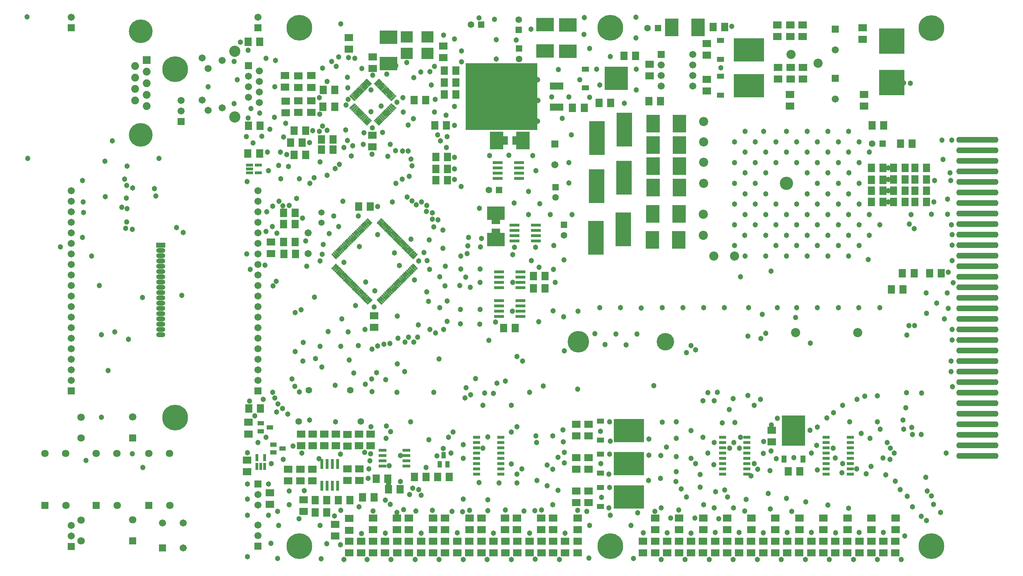
<source format=gts>
%FSLAX43Y43*%
%MOMM*%
G71*
G01*
G75*
%ADD10C,0.300*%
%ADD11R,1.600X1.800*%
%ADD12R,1.800X1.600*%
%ADD13R,1.550X0.600*%
%ADD14C,0.250*%
%ADD15R,1.600X1.000*%
%ADD16R,4.000X3.000*%
%ADD17R,3.000X1.500*%
%ADD18R,9.300X12.200*%
%ADD19O,10.000X1.200*%
%ADD20R,7.100X5.500*%
%ADD21R,5.400X5.500*%
%ADD22R,1.450X0.550*%
%ADD23R,1.450X0.550*%
%ADD24R,2.700X2.500*%
%ADD25C,0.075*%
%ADD26C,0.063*%
%ADD27R,3.500X8.000*%
%ADD28R,6.000X6.000*%
%ADD29R,3.000X4.000*%
%ADD30R,2.200X0.600*%
%ADD31R,2.200X0.600*%
%ADD32R,0.850X1.300*%
%ADD33R,1.300X0.850*%
%ADD34R,0.600X2.200*%
%ADD35R,0.600X2.200*%
%ADD36R,1.700X0.600*%
%ADD37R,1.700X0.600*%
%ADD38R,1.550X0.600*%
%ADD39R,1.000X1.600*%
%ADD40R,5.500X7.100*%
%ADD41R,0.550X1.450*%
%ADD42R,0.550X1.450*%
%ADD43C,0.500*%
%ADD44C,0.600*%
%ADD45C,0.400*%
%ADD46C,1.000*%
%ADD47C,0.700*%
%ADD48C,0.800*%
%ADD49C,2.500*%
%ADD50C,1.500*%
%ADD51R,1.500X1.500*%
%ADD52C,2.000*%
%ADD53R,1.400X1.400*%
%ADD54C,1.400*%
%ADD55C,1.300*%
%ADD56C,5.000*%
%ADD57C,6.000*%
%ADD58C,4.000*%
%ADD59R,1.600X1.600*%
%ADD60C,1.600*%
%ADD61O,2.000X1.000*%
%ADD62R,2.000X1.000*%
%ADD63C,1.690*%
%ADD64R,1.690X1.690*%
%ADD65C,5.500*%
%ADD66C,3.000*%
%ADD67C,1.100*%
%ADD68R,17.250X16.100*%
%ADD69R,1.803X2.003*%
%ADD70R,2.003X1.803*%
%ADD71R,1.753X0.803*%
%ADD72R,1.803X1.203*%
%ADD73R,4.203X3.203*%
%ADD74R,3.203X1.703*%
%ADD75R,10.300X13.200*%
%ADD76O,10.203X1.403*%
%ADD77R,7.303X5.703*%
%ADD78R,5.603X5.703*%
%ADD79R,1.653X0.753*%
%ADD80R,1.653X0.753*%
%ADD81R,2.903X2.703*%
%ADD82R,3.703X8.203*%
%ADD83R,6.203X6.203*%
%ADD84R,3.203X4.203*%
%ADD85R,2.403X0.803*%
%ADD86R,2.403X0.803*%
%ADD87R,1.053X1.503*%
%ADD88R,1.503X1.053*%
%ADD89R,0.803X2.403*%
%ADD90R,0.803X2.403*%
%ADD91R,1.903X0.803*%
%ADD92R,1.903X0.803*%
%ADD93R,1.753X0.803*%
%ADD94R,1.203X1.803*%
%ADD95R,5.703X7.303*%
%ADD96R,0.753X1.653*%
%ADD97R,0.753X1.653*%
%ADD98C,2.703*%
%ADD99C,1.703*%
%ADD100R,1.703X1.703*%
%ADD101C,2.203*%
%ADD102R,1.603X1.603*%
%ADD103C,1.603*%
%ADD104C,1.503*%
%ADD105C,5.203*%
%ADD106C,6.203*%
%ADD107C,4.203*%
%ADD108R,1.803X1.803*%
%ADD109C,1.803*%
%ADD110O,2.203X1.203*%
%ADD111R,2.203X1.203*%
%ADD112C,1.893*%
%ADD113R,1.893X1.893*%
%ADD114C,5.703*%
%ADD115C,3.203*%
%ADD116C,1.303*%
D25*
X85581Y117097D02*
X85884Y117399D01*
X87071Y116213D01*
X86768Y115910D01*
X85581Y117097D01*
X85670D02*
X85884Y117311D01*
X86982Y116213D01*
X86768Y115998D01*
X85670Y117097D01*
X85758D02*
X85884Y117223D01*
X86894Y116213D01*
X86768Y116087D01*
X85758Y117097D01*
X85846D02*
X85884Y117134D01*
X86806Y116213D01*
X86768Y116175D01*
X85846Y117097D01*
X85900Y117062D02*
X86751Y116247D01*
X85228Y116743D02*
X85530Y117046D01*
X86717Y115859D01*
X86414Y115556D01*
X85228Y116743D01*
X85316D02*
X85530Y116957D01*
X86629Y115859D01*
X86414Y115645D01*
X85316Y116743D01*
X85404D02*
X85530Y116869D01*
X86540Y115859D01*
X86414Y115733D01*
X85404Y116743D01*
X85493D02*
X85530Y116781D01*
X86452Y115859D01*
X86414Y115822D01*
X85493Y116743D01*
X85547Y116709D02*
X86398Y115893D01*
X84874Y116389D02*
X85177Y116692D01*
X86364Y115506D01*
X86061Y115203D01*
X84874Y116389D01*
X84963D02*
X85177Y116604D01*
X86275Y115506D01*
X86061Y115291D01*
X84963Y116389D01*
X85051D02*
X85177Y116515D01*
X86187Y115506D01*
X86061Y115380D01*
X85051Y116389D01*
X85139D02*
X85177Y116427D01*
X86098Y115506D01*
X86061Y115468D01*
X85139Y116389D01*
X85193Y116355D02*
X86044Y115540D01*
X84521Y116036D02*
X84823Y116339D01*
X86010Y115152D01*
X85707Y114849D01*
X84521Y116036D01*
X84609D02*
X84823Y116250D01*
X85922Y115152D01*
X85707Y114938D01*
X84609Y116036D01*
X84697D02*
X84823Y116162D01*
X85833Y115152D01*
X85707Y115026D01*
X84697Y116036D01*
X84786D02*
X84823Y116074D01*
X85745Y115152D01*
X85707Y115114D01*
X84786Y116036D01*
X84840Y116002D02*
X85691Y115186D01*
X84167Y115682D02*
X84470Y115985D01*
X85656Y114798D01*
X85354Y114496D01*
X84167Y115682D01*
X84255D02*
X84470Y115897D01*
X85568Y114798D01*
X85354Y114584D01*
X84255Y115682D01*
X84344D02*
X84470Y115808D01*
X85480Y114798D01*
X85354Y114672D01*
X84344Y115682D01*
X84432D02*
X84470Y115720D01*
X85391Y114798D01*
X85354Y114761D01*
X84432Y115682D01*
X84486Y115648D02*
X85337Y114833D01*
X83813Y115329D02*
X84116Y115632D01*
X85303Y114445D01*
X85000Y114142D01*
X83813Y115329D01*
X83902D02*
X84116Y115543D01*
X85215Y114445D01*
X85000Y114231D01*
X83902Y115329D01*
X83990D02*
X84116Y115455D01*
X85126Y114445D01*
X85000Y114319D01*
X83990Y115329D01*
X84079D02*
X84116Y115366D01*
X85038Y114445D01*
X85000Y114407D01*
X84079Y115329D01*
X84133Y115294D02*
X84984Y114479D01*
X83460Y114975D02*
X83763Y115278D01*
X84949Y114091D01*
X84647Y113789D01*
X83460Y114975D01*
X83548D02*
X83763Y115190D01*
X84861Y114091D01*
X84647Y113877D01*
X83548Y114975D01*
X83637D02*
X83763Y115101D01*
X84773Y114091D01*
X84647Y113965D01*
X83637Y114975D01*
X83725D02*
X83763Y115013D01*
X84684Y114091D01*
X84647Y114054D01*
X83725Y114975D01*
X83779Y114941D02*
X84630Y114126D01*
X83106Y114622D02*
X83409Y114924D01*
X84596Y113738D01*
X84293Y113435D01*
X83106Y114622D01*
X83195D02*
X83409Y114836D01*
X84507Y113738D01*
X84293Y113523D01*
X83195Y114622D01*
X83283D02*
X83409Y114748D01*
X84419Y113738D01*
X84293Y113612D01*
X83283Y114622D01*
X83371D02*
X83409Y114659D01*
X84331Y113738D01*
X84293Y113700D01*
X83371Y114622D01*
X83426Y114587D02*
X84277Y113772D01*
X82753Y114268D02*
X83056Y114571D01*
X84242Y113384D01*
X83939Y113081D01*
X82753Y114268D01*
X82841D02*
X83056Y114483D01*
X84154Y113384D01*
X83939Y113170D01*
X82841Y114268D01*
X82930D02*
X83056Y114394D01*
X84065Y113384D01*
X83939Y113258D01*
X82930Y114268D01*
X83018D02*
X83056Y114306D01*
X83977Y113384D01*
X83939Y113347D01*
X83018Y114268D01*
X83072Y114234D02*
X83923Y113419D01*
X82399Y113915D02*
X82702Y114217D01*
X83889Y113031D01*
X83586Y112728D01*
X82399Y113915D01*
X82488D02*
X82702Y114129D01*
X83800Y113031D01*
X83586Y112816D01*
X82488Y113915D01*
X82576D02*
X82702Y114041D01*
X83712Y113031D01*
X83586Y112905D01*
X82576Y113915D01*
X82664D02*
X82702Y113952D01*
X83624Y113031D01*
X83586Y112993D01*
X82664Y113915D01*
X82718Y113880D02*
X83570Y113065D01*
X82046Y113561D02*
X82348Y113864D01*
X83535Y112677D01*
X83232Y112374D01*
X82046Y113561D01*
X82134D02*
X82348Y113775D01*
X83447Y112677D01*
X83232Y112463D01*
X82134Y113561D01*
X82222D02*
X82348Y113687D01*
X83358Y112677D01*
X83232Y112551D01*
X82222Y113561D01*
X82311D02*
X82348Y113599D01*
X83270Y112677D01*
X83232Y112640D01*
X82311Y113561D01*
X82365Y113527D02*
X83216Y112712D01*
X82348Y110359D02*
X82046Y110662D01*
X83232Y111849D01*
X83535Y111546D01*
X82348Y110359D01*
Y110447D02*
X82134Y110662D01*
X83232Y111760D01*
X83447Y111546D01*
X82348Y110447D01*
Y110536D02*
X82222Y110662D01*
X83232Y111672D01*
X83358Y111546D01*
X82348Y110536D01*
Y110624D02*
X82311Y110662D01*
X83232Y111583D01*
X83270Y111546D01*
X82348Y110624D01*
X82383Y110678D02*
X83198Y111529D01*
X82702Y110006D02*
X82399Y110308D01*
X83586Y111495D01*
X83889Y111192D01*
X82702Y110006D01*
Y110094D02*
X82488Y110308D01*
X83586Y111407D01*
X83800Y111192D01*
X82702Y110094D01*
Y110182D02*
X82576Y110308D01*
X83586Y111318D01*
X83712Y111192D01*
X82702Y110182D01*
Y110271D02*
X82664Y110308D01*
X83586Y111230D01*
X83624Y111192D01*
X82702Y110271D01*
X82736Y110325D02*
X83552Y111176D01*
X83056Y109652D02*
X82753Y109955D01*
X83939Y111141D01*
X84242Y110839D01*
X83056Y109652D01*
Y109740D02*
X82841Y109955D01*
X83939Y111053D01*
X84154Y110839D01*
X83056Y109740D01*
Y109829D02*
X82930Y109955D01*
X83939Y110965D01*
X84065Y110839D01*
X83056Y109829D01*
Y109917D02*
X83018Y109955D01*
X83939Y110876D01*
X83977Y110839D01*
X83056Y109917D01*
X83090Y109971D02*
X83905Y110822D01*
X83409Y109298D02*
X83106Y109601D01*
X84293Y110788D01*
X84596Y110485D01*
X83409Y109298D01*
Y109387D02*
X83195Y109601D01*
X84293Y110700D01*
X84507Y110485D01*
X83409Y109387D01*
Y109475D02*
X83283Y109601D01*
X84293Y110611D01*
X84419Y110485D01*
X83409Y109475D01*
Y109564D02*
X83372Y109601D01*
X84293Y110523D01*
X84331Y110485D01*
X83409Y109564D01*
X83443Y109618D02*
X84259Y110469D01*
X83763Y108945D02*
X83460Y109248D01*
X84647Y110434D01*
X84949Y110132D01*
X83763Y108945D01*
Y109033D02*
X83548Y109248D01*
X84647Y110346D01*
X84861Y110132D01*
X83763Y109033D01*
Y109122D02*
X83637Y109248D01*
X84647Y110258D01*
X84773Y110132D01*
X83763Y109122D01*
Y109210D02*
X83725Y109248D01*
X84647Y110169D01*
X84684Y110132D01*
X83763Y109210D01*
X83797Y109264D02*
X84612Y110115D01*
X84116Y108591D02*
X83813Y108894D01*
X85000Y110081D01*
X85303Y109778D01*
X84116Y108591D01*
Y108680D02*
X83902Y108894D01*
X85000Y109992D01*
X85215Y109778D01*
X84116Y108680D01*
Y108768D02*
X83990Y108894D01*
X85000Y109904D01*
X85126Y109778D01*
X84116Y108768D01*
Y108856D02*
X84079Y108894D01*
X85000Y109816D01*
X85038Y109778D01*
X84116Y108856D01*
X84151Y108910D02*
X84966Y109762D01*
X84470Y108238D02*
X84167Y108541D01*
X85354Y109727D01*
X85656Y109424D01*
X84470Y108238D01*
Y108326D02*
X84255Y108541D01*
X85354Y109639D01*
X85568Y109424D01*
X84470Y108326D01*
Y108415D02*
X84344Y108541D01*
X85354Y109550D01*
X85480Y109424D01*
X84470Y108415D01*
Y108503D02*
X84432Y108541D01*
X85354Y109462D01*
X85391Y109424D01*
X84470Y108503D01*
X84504Y108557D02*
X85319Y109408D01*
X84823Y107884D02*
X84521Y108187D01*
X85707Y109374D01*
X86010Y109071D01*
X84823Y107884D01*
Y107973D02*
X84609Y108187D01*
X85707Y109285D01*
X85922Y109071D01*
X84823Y107973D01*
Y108061D02*
X84697Y108187D01*
X85707Y109197D01*
X85833Y109071D01*
X84823Y108061D01*
Y108149D02*
X84786Y108187D01*
X85707Y109108D01*
X85745Y109071D01*
X84823Y108149D01*
X84858Y108203D02*
X85673Y109054D01*
X85177Y107531D02*
X84874Y107833D01*
X86061Y109020D01*
X86364Y108717D01*
X85177Y107531D01*
Y107619D02*
X84963Y107833D01*
X86061Y108932D01*
X86275Y108717D01*
X85177Y107619D01*
Y107707D02*
X85051Y107833D01*
X86061Y108843D01*
X86187Y108717D01*
X85177Y107707D01*
Y107796D02*
X85139Y107833D01*
X86061Y108755D01*
X86098Y108717D01*
X85177Y107796D01*
X85211Y107850D02*
X86026Y108701D01*
X85530Y107177D02*
X85228Y107480D01*
X86414Y108667D01*
X86717Y108364D01*
X85530Y107177D01*
Y107266D02*
X85316Y107480D01*
X86414Y108578D01*
X86629Y108364D01*
X85530Y107266D01*
Y107354D02*
X85404Y107480D01*
X86414Y108490D01*
X86540Y108364D01*
X85530Y107354D01*
Y107442D02*
X85493Y107480D01*
X86414Y108401D01*
X86452Y108364D01*
X85530Y107442D01*
X85565Y107496D02*
X86380Y108347D01*
X85884Y106824D02*
X85581Y107126D01*
X86768Y108313D01*
X87071Y108010D01*
X85884Y106824D01*
Y106912D02*
X85670Y107126D01*
X86768Y108225D01*
X86982Y108010D01*
X85884Y106912D01*
Y107000D02*
X85758Y107126D01*
X86768Y108136D01*
X86894Y108010D01*
X85884Y107000D01*
Y107089D02*
X85846Y107126D01*
X86768Y108048D01*
X86806Y108010D01*
X85884Y107089D01*
X85918Y107143D02*
X86734Y107994D01*
X86238Y106470D02*
X85935Y106773D01*
X87121Y107959D01*
X87424Y107657D01*
X86238Y106470D01*
Y106558D02*
X86023Y106773D01*
X87121Y107871D01*
X87336Y107657D01*
X86238Y106558D01*
Y106647D02*
X86112Y106773D01*
X87121Y107783D01*
X87247Y107657D01*
X86238Y106647D01*
Y106735D02*
X86200Y106773D01*
X87121Y107694D01*
X87159Y107657D01*
X86238Y106735D01*
X86272Y106789D02*
X87087Y107640D01*
X91839Y111546D02*
X92142Y111849D01*
X93329Y110662D01*
X93026Y110359D01*
X91839Y111546D01*
X91928D02*
X92142Y111760D01*
X93240Y110662D01*
X93026Y110447D01*
X91928Y111546D01*
X92016D02*
X92142Y111672D01*
X93152Y110662D01*
X93026Y110536D01*
X92016Y111546D01*
X92104D02*
X92142Y111583D01*
X93063Y110662D01*
X93026Y110624D01*
X92104Y111546D01*
X92158Y111511D02*
X93009Y110696D01*
X91486Y111192D02*
X91788Y111495D01*
X92975Y110308D01*
X92672Y110006D01*
X91486Y111192D01*
X91574D02*
X91788Y111407D01*
X92887Y110308D01*
X92672Y110094D01*
X91574Y111192D01*
X91662D02*
X91788Y111318D01*
X92798Y110308D01*
X92672Y110182D01*
X91662Y111192D01*
X91751D02*
X91788Y111230D01*
X92710Y110308D01*
X92672Y110271D01*
X91751Y111192D01*
X91805Y111158D02*
X92656Y110343D01*
X91132Y110839D02*
X91435Y111141D01*
X92621Y109955D01*
X92319Y109652D01*
X91132Y110839D01*
X91220D02*
X91435Y111053D01*
X92533Y109955D01*
X92319Y109740D01*
X91220Y110839D01*
X91309D02*
X91435Y110965D01*
X92445Y109955D01*
X92319Y109829D01*
X91309Y110839D01*
X91397D02*
X91435Y110876D01*
X92356Y109955D01*
X92319Y109917D01*
X91397Y110839D01*
X91451Y110804D02*
X92302Y109989D01*
X90071Y109778D02*
X90374Y110081D01*
X91561Y108894D01*
X91258Y108591D01*
X90071Y109778D01*
X90160D02*
X90374Y109992D01*
X91472Y108894D01*
X91258Y108680D01*
X90160Y109778D01*
X90248D02*
X90374Y109904D01*
X91384Y108894D01*
X91258Y108768D01*
X90248Y109778D01*
X90337D02*
X90374Y109816D01*
X91296Y108894D01*
X91258Y108856D01*
X90337Y109778D01*
X90391Y109744D02*
X91242Y108928D01*
X89718Y109424D02*
X90021Y109727D01*
X91207Y108541D01*
X90904Y108238D01*
X89718Y109424D01*
X89806D02*
X90021Y109639D01*
X91119Y108541D01*
X90904Y108326D01*
X89806Y109424D01*
X89895D02*
X90021Y109550D01*
X91030Y108541D01*
X90904Y108415D01*
X89895Y109424D01*
X89983D02*
X90021Y109462D01*
X90942Y108541D01*
X90904Y108503D01*
X89983Y109424D01*
X90037Y109390D02*
X90888Y108575D01*
X89364Y109071D02*
X89667Y109374D01*
X90854Y108187D01*
X90551Y107884D01*
X89364Y109071D01*
X89453D02*
X89667Y109285D01*
X90765Y108187D01*
X90551Y107973D01*
X89453Y109071D01*
X89541D02*
X89667Y109197D01*
X90677Y108187D01*
X90551Y108061D01*
X89541Y109071D01*
X89629D02*
X89667Y109109D01*
X90589Y108187D01*
X90551Y108149D01*
X89629Y109071D01*
X89683Y109037D02*
X90535Y108221D01*
X89011Y108717D02*
X89313Y109020D01*
X90500Y107833D01*
X90197Y107531D01*
X89011Y108717D01*
X89099D02*
X89313Y108932D01*
X90412Y107833D01*
X90197Y107619D01*
X89099Y108717D01*
X89187D02*
X89313Y108843D01*
X90323Y107833D01*
X90197Y107707D01*
X89187Y108717D01*
X89276D02*
X89313Y108755D01*
X90235Y107833D01*
X90197Y107796D01*
X89276Y108717D01*
X89330Y108683D02*
X90181Y107868D01*
X88657Y108364D02*
X88960Y108667D01*
X90147Y107480D01*
X89844Y107177D01*
X88657Y108364D01*
X88746D02*
X88960Y108578D01*
X90058Y107480D01*
X89844Y107266D01*
X88746Y108364D01*
X88834D02*
X88960Y108490D01*
X89970Y107480D01*
X89844Y107354D01*
X88834Y108364D01*
X88922D02*
X88960Y108401D01*
X89881Y107480D01*
X89844Y107442D01*
X88922Y108364D01*
X88976Y108329D02*
X89827Y107514D01*
X88304Y108010D02*
X88606Y108313D01*
X89793Y107126D01*
X89490Y106824D01*
X88304Y108010D01*
X88392D02*
X88606Y108225D01*
X89705Y107126D01*
X89490Y106912D01*
X88392Y108010D01*
X88480D02*
X88606Y108136D01*
X89616Y107126D01*
X89490Y107000D01*
X88480Y108010D01*
X88569D02*
X88606Y108048D01*
X89528Y107126D01*
X89490Y107089D01*
X88569Y108010D01*
X88623Y107976D02*
X89474Y107161D01*
X87950Y107657D02*
X88253Y107959D01*
X89439Y106773D01*
X89137Y106470D01*
X87950Y107657D01*
X88038D02*
X88253Y107871D01*
X89351Y106773D01*
X89137Y106558D01*
X88038Y107657D01*
X88127D02*
X88253Y107783D01*
X89263Y106773D01*
X89137Y106647D01*
X88127Y107657D01*
X88215D02*
X88253Y107694D01*
X89174Y106773D01*
X89137Y106735D01*
X88215Y107657D01*
X88269Y107622D02*
X89120Y106807D01*
X88606Y115910D02*
X88304Y116213D01*
X89490Y117399D01*
X89793Y117097D01*
X88606Y115910D01*
Y115998D02*
X88392Y116213D01*
X89490Y117311D01*
X89705Y117097D01*
X88606Y115998D01*
Y116087D02*
X88480Y116213D01*
X89490Y117223D01*
X89616Y117097D01*
X88606Y116087D01*
Y116175D02*
X88569Y116213D01*
X89490Y117134D01*
X89528Y117097D01*
X88606Y116175D01*
X88641Y116229D02*
X89456Y117080D01*
X88960Y115556D02*
X88657Y115859D01*
X89844Y117046D01*
X90147Y116743D01*
X88960Y115556D01*
Y115645D02*
X88746Y115859D01*
X89844Y116957D01*
X90058Y116743D01*
X88960Y115645D01*
Y115733D02*
X88834Y115859D01*
X89844Y116869D01*
X89970Y116743D01*
X88960Y115733D01*
Y115822D02*
X88922Y115859D01*
X89844Y116781D01*
X89881Y116743D01*
X88960Y115822D01*
X88994Y115876D02*
X89809Y116727D01*
X89313Y115203D02*
X89011Y115506D01*
X90197Y116692D01*
X90500Y116389D01*
X89313Y115203D01*
Y115291D02*
X89099Y115506D01*
X90197Y116604D01*
X90412Y116389D01*
X89313Y115291D01*
Y115380D02*
X89187Y115506D01*
X90197Y116515D01*
X90323Y116389D01*
X89313Y115380D01*
Y115468D02*
X89276Y115506D01*
X90197Y116427D01*
X90235Y116389D01*
X89313Y115468D01*
X89348Y115522D02*
X90163Y116373D01*
X89667Y114849D02*
X89364Y115152D01*
X90551Y116339D01*
X90854Y116036D01*
X89667Y114849D01*
Y114938D02*
X89453Y115152D01*
X90551Y116250D01*
X90765Y116036D01*
X89667Y114938D01*
Y115026D02*
X89541Y115152D01*
X90551Y116162D01*
X90677Y116036D01*
X89667Y115026D01*
Y115114D02*
X89629Y115152D01*
X90551Y116074D01*
X90589Y116036D01*
X89667Y115114D01*
X89701Y115168D02*
X90517Y116020D01*
X90021Y114496D02*
X89718Y114798D01*
X90904Y115985D01*
X91207Y115682D01*
X90021Y114496D01*
Y114584D02*
X89806Y114798D01*
X90904Y115897D01*
X91119Y115682D01*
X90021Y114584D01*
Y114672D02*
X89895Y114798D01*
X90904Y115808D01*
X91030Y115682D01*
X90021Y114672D01*
Y114761D02*
X89983Y114798D01*
X90904Y115720D01*
X90942Y115682D01*
X90021Y114761D01*
X90055Y114815D02*
X90870Y115666D01*
X90374Y114142D02*
X90071Y114445D01*
X91258Y115632D01*
X91561Y115329D01*
X90374Y114142D01*
Y114230D02*
X90160Y114445D01*
X91258Y115543D01*
X91472Y115329D01*
X90374Y114230D01*
Y114319D02*
X90248Y114445D01*
X91258Y115455D01*
X91384Y115329D01*
X90374Y114319D01*
Y114407D02*
X90337Y114445D01*
X91258Y115366D01*
X91296Y115329D01*
X90374Y114407D01*
X90409Y114461D02*
X91224Y115312D01*
X90728Y113789D02*
X90425Y114091D01*
X91612Y115278D01*
X91914Y114975D01*
X90728Y113789D01*
Y113877D02*
X90513Y114091D01*
X91612Y115190D01*
X91826Y114975D01*
X90728Y113877D01*
Y113965D02*
X90602Y114091D01*
X91612Y115101D01*
X91738Y114975D01*
X90728Y113965D01*
Y114054D02*
X90690Y114091D01*
X91612Y115013D01*
X91649Y114975D01*
X90728Y114054D01*
X90762Y114108D02*
X91577Y114959D01*
X91081Y113435D02*
X90778Y113738D01*
X91965Y114924D01*
X92268Y114622D01*
X91081Y113435D01*
Y113523D02*
X90867Y113738D01*
X91965Y114836D01*
X92180Y114622D01*
X91081Y113523D01*
Y113612D02*
X90955Y113738D01*
X91965Y114748D01*
X92091Y114622D01*
X91081Y113612D01*
Y113700D02*
X91044Y113738D01*
X91965Y114659D01*
X92003Y114622D01*
X91081Y113700D01*
X91116Y113754D02*
X91931Y114605D01*
X91435Y113082D02*
X91132Y113384D01*
X92319Y114571D01*
X92621Y114268D01*
X91435Y113082D01*
Y113170D02*
X91220Y113384D01*
X92319Y114483D01*
X92533Y114268D01*
X91435Y113170D01*
Y113258D02*
X91309Y113384D01*
X92319Y114394D01*
X92445Y114268D01*
X91435Y113258D01*
Y113347D02*
X91397Y113384D01*
X92319Y114306D01*
X92356Y114268D01*
X91435Y113347D01*
X91469Y113401D02*
X92284Y114252D01*
X91788Y112728D02*
X91486Y113031D01*
X92672Y114217D01*
X92975Y113915D01*
X91788Y112728D01*
Y112816D02*
X91574Y113031D01*
X92672Y114129D01*
X92887Y113915D01*
X91788Y112816D01*
Y112905D02*
X91662Y113031D01*
X92672Y114041D01*
X92798Y113915D01*
X91788Y112905D01*
Y112993D02*
X91751Y113031D01*
X92672Y113952D01*
X92710Y113915D01*
X91788Y112993D01*
X91823Y113047D02*
X92638Y113898D01*
X92142Y112374D02*
X91839Y112677D01*
X93026Y113864D01*
X93329Y113561D01*
X92142Y112374D01*
Y112463D02*
X91927Y112677D01*
X93026Y113775D01*
X93240Y113561D01*
X92142Y112463D01*
Y112551D02*
X92016Y112677D01*
X93026Y113687D01*
X93152Y113561D01*
X92142Y112551D01*
Y112640D02*
X92104Y112677D01*
X93026Y113599D01*
X93063Y113561D01*
X92142Y112640D01*
X92176Y112694D02*
X92991Y113545D01*
X90778Y110485D02*
X91081Y110788D01*
X92268Y109601D01*
X91965Y109298D01*
X90778Y110485D01*
X90867D02*
X91081Y110700D01*
X92180Y109601D01*
X91965Y109387D01*
X90867Y110485D01*
X90955D02*
X91081Y110611D01*
X92091Y109601D01*
X91965Y109475D01*
X90955Y110485D01*
X91044D02*
X91081Y110523D01*
X92003Y109601D01*
X91965Y109564D01*
X91044Y110485D01*
X91098Y110451D02*
X91949Y109636D01*
X90425Y110132D02*
X90728Y110434D01*
X91914Y109248D01*
X91612Y108945D01*
X90425Y110132D01*
X90513D02*
X90728Y110346D01*
X91826Y109248D01*
X91612Y109033D01*
X90513Y110132D01*
X90602D02*
X90728Y110258D01*
X91738Y109248D01*
X91612Y109122D01*
X90602Y110132D01*
X90690D02*
X90728Y110169D01*
X91649Y109248D01*
X91612Y109210D01*
X90690Y110132D01*
X90744Y110097D02*
X91595Y109282D01*
X88253Y116263D02*
X87950Y116566D01*
X89137Y117753D01*
X89439Y117450D01*
X88253Y116263D01*
Y116352D02*
X88038Y116566D01*
X89137Y117665D01*
X89351Y117450D01*
X88253Y116352D01*
Y116440D02*
X88127Y116566D01*
X89137Y117576D01*
X89263Y117450D01*
X88253Y116440D01*
Y116529D02*
X88215Y116566D01*
X89137Y117488D01*
X89174Y117450D01*
X88253Y116529D01*
X88287Y116583D02*
X89102Y117434D01*
X85935Y117450D02*
X86238Y117753D01*
X87424Y116566D01*
X87121Y116263D01*
X85935Y117450D01*
X86023D02*
X86238Y117665D01*
X87336Y116566D01*
X87121Y116352D01*
X86023Y117450D01*
X86112D02*
X86238Y117576D01*
X87247Y116566D01*
X87121Y116440D01*
X86112Y117450D01*
X86200D02*
X86238Y117488D01*
X87159Y116566D01*
X87121Y116529D01*
X86200Y117450D01*
X86254Y117416D02*
X87105Y116601D01*
X86136Y83882D02*
X86403Y84150D01*
X87554Y82998D01*
X87287Y82731D01*
X86136Y83882D01*
X86224D02*
X86403Y84061D01*
X87466Y82998D01*
X87287Y82819D01*
X86224Y83882D01*
X86312D02*
X86403Y83973D01*
X87377Y82998D01*
X87287Y82908D01*
X86312Y83882D01*
X86401D02*
X86403Y83885D01*
X87289Y82998D01*
X87287Y82996D01*
X86401Y83882D01*
X86437Y83830D02*
X87253Y83050D01*
D45*
X84318Y81762D02*
X85202Y80878D01*
X85164Y80841D02*
G03*
X85202Y80878I19J19D01*
G01*
X84280Y81725D02*
X85164Y80841D01*
X84318Y81762D02*
G03*
X84280Y81725I-19J-19D01*
G01*
X77954Y75398D02*
X78838Y74514D01*
X78800Y74477D02*
G03*
X78838Y74514I19J19D01*
G01*
X77917Y75361D02*
X78800Y74477D01*
X77954Y75398D02*
G03*
X77917Y75361I-19J-19D01*
G01*
X78308Y75752D02*
X79192Y74868D01*
X79154Y74830D02*
G03*
X79192Y74868I19J19D01*
G01*
X78270Y75714D02*
X79154Y74830D01*
X78308Y75752D02*
G03*
X78270Y75714I-19J-19D01*
G01*
X78661Y76105D02*
X79545Y75221D01*
X79508Y75184D02*
G03*
X79545Y75221I19J19D01*
G01*
X78624Y76068D02*
X79508Y75184D01*
X78661Y76105D02*
G03*
X78624Y76068I-19J-19D01*
G01*
X79015Y76459D02*
X79899Y75575D01*
X79861Y75537D02*
G03*
X79899Y75575I19J19D01*
G01*
X78977Y76421D02*
X79861Y75537D01*
X79015Y76459D02*
G03*
X78977Y76421I-19J-19D01*
G01*
X79368Y76812D02*
X80252Y75929D01*
X80215Y75891D02*
G03*
X80252Y75929I19J19D01*
G01*
X79331Y76775D02*
X80215Y75891D01*
X79368Y76812D02*
G03*
X79331Y76775I-19J-19D01*
G01*
X79722Y77166D02*
X80606Y76282D01*
X80568Y76244D02*
G03*
X80606Y76282I19J19D01*
G01*
X79684Y77128D02*
X80568Y76244D01*
X79722Y77166D02*
G03*
X79684Y77128I-19J-19D01*
G01*
X80075Y77520D02*
X80959Y76636D01*
X80922Y76598D02*
G03*
X80959Y76636I19J19D01*
G01*
X80038Y77482D02*
X80922Y76598D01*
X80075Y77520D02*
G03*
X80038Y77482I-19J-19D01*
G01*
X80429Y77873D02*
X81313Y76989D01*
X81275Y76952D02*
G03*
X81313Y76989I19J19D01*
G01*
X80391Y77835D02*
X81275Y76952D01*
X80429Y77873D02*
G03*
X80391Y77835I-19J-19D01*
G01*
X80783Y78227D02*
X81666Y77343D01*
X81629Y77305D02*
G03*
X81666Y77343I19J19D01*
G01*
X80745Y78189D02*
X81629Y77305D01*
X80783Y78227D02*
G03*
X80745Y78189I-19J-19D01*
G01*
X81136Y78580D02*
X82020Y77696D01*
X81982Y77659D02*
G03*
X82020Y77696I19J19D01*
G01*
X81099Y78543D02*
X81982Y77659D01*
X81136Y78580D02*
G03*
X81099Y78543I-19J-19D01*
G01*
X81490Y78934D02*
X82374Y78050D01*
X82336Y78012D02*
G03*
X82374Y78050I19J19D01*
G01*
X81452Y78896D02*
X82336Y78012D01*
X81490Y78934D02*
G03*
X81452Y78896I-19J-19D01*
G01*
X81843Y79287D02*
X82727Y78403D01*
X82690Y78366D02*
G03*
X82727Y78403I19J19D01*
G01*
X81806Y79250D02*
X82690Y78366D01*
X81843Y79287D02*
G03*
X81806Y79250I-19J-19D01*
G01*
X82197Y79641D02*
X83081Y78757D01*
X83043Y78719D02*
G03*
X83081Y78757I19J19D01*
G01*
X82159Y79603D02*
X83043Y78719D01*
X82197Y79641D02*
G03*
X82159Y79603I-19J-19D01*
G01*
X82550Y79994D02*
X83434Y79110D01*
X83397Y79073D02*
G03*
X83434Y79110I19J19D01*
G01*
X82513Y79957D02*
X83397Y79073D01*
X82550Y79994D02*
G03*
X82513Y79957I-19J-19D01*
G01*
X82904Y80348D02*
X83788Y79464D01*
X83750Y79426D02*
G03*
X83788Y79464I19J19D01*
G01*
X82866Y80310D02*
X83750Y79426D01*
X82904Y80348D02*
G03*
X82866Y80310I-19J-19D01*
G01*
X83257Y80701D02*
X84141Y79818D01*
X84104Y79780D02*
G03*
X84141Y79818I19J19D01*
G01*
X83220Y80664D02*
X84104Y79780D01*
X83257Y80701D02*
G03*
X83220Y80664I-19J-19D01*
G01*
X83611Y81055D02*
X84495Y80171D01*
X84457Y80134D02*
G03*
X84495Y80171I19J19D01*
G01*
X83573Y81017D02*
X84457Y80134D01*
X83611Y81055D02*
G03*
X83573Y81017I-19J-19D01*
G01*
X83965Y81409D02*
X84848Y80525D01*
X84811Y80487D02*
G03*
X84848Y80525I19J19D01*
G01*
X83927Y81371D02*
X84811Y80487D01*
X83965Y81409D02*
G03*
X83927Y81371I-19J-19D01*
G01*
X84672Y82116D02*
X85556Y81232D01*
X85518Y81194D02*
G03*
X85556Y81232I19J19D01*
G01*
X84634Y82078D02*
X85518Y81194D01*
X84672Y82116D02*
G03*
X84634Y82078I-19J-19D01*
G01*
X85025Y82469D02*
X85909Y81585D01*
X85871Y81548D02*
G03*
X85909Y81585I19J19D01*
G01*
X84988Y82432D02*
X85871Y81548D01*
X85025Y82469D02*
G03*
X84988Y82432I-19J-19D01*
G01*
X85379Y82823D02*
X86263Y81939D01*
X86225Y81901D02*
G03*
X86263Y81939I19J19D01*
G01*
X85341Y82785D02*
X86225Y81901D01*
X85379Y82823D02*
G03*
X85341Y82785I-19J-19D01*
G01*
X85732Y83176D02*
X86616Y82292D01*
X86579Y82255D02*
G03*
X86616Y82292I19J19D01*
G01*
X85695Y83139D02*
X86579Y82255D01*
X85732Y83176D02*
G03*
X85695Y83139I-19J-19D01*
G01*
X86086Y83530D02*
X86970Y82646D01*
X86932Y82608D02*
G03*
X86970Y82646I19J19D01*
G01*
X86048Y83492D02*
X86932Y82608D01*
X86086Y83530D02*
G03*
X86048Y83492I-19J-19D01*
G01*
X86402Y63554D02*
X87286Y64438D01*
X87323Y64400D02*
G03*
X87286Y64438I-19J19D01*
G01*
X86439Y63517D02*
X87323Y64400D01*
X86402Y63554D02*
G03*
X86439Y63517I19J-19D01*
G01*
X86048Y63908D02*
X86932Y64792D01*
X86970Y64754D02*
G03*
X86932Y64792I-19J19D01*
G01*
X86086Y63870D02*
X86970Y64754D01*
X86048Y63908D02*
G03*
X86086Y63870I19J-19D01*
G01*
X85695Y64261D02*
X86579Y65145D01*
X86616Y65108D02*
G03*
X86579Y65145I-19J19D01*
G01*
X85732Y64224D02*
X86616Y65108D01*
X85695Y64261D02*
G03*
X85732Y64224I19J-19D01*
G01*
X85341Y64615D02*
X86225Y65499D01*
X86263Y65461D02*
G03*
X86225Y65499I-19J19D01*
G01*
X85379Y64577D02*
X86263Y65461D01*
X85341Y64615D02*
G03*
X85379Y64577I19J-19D01*
G01*
X84988Y64968D02*
X85871Y65852D01*
X85909Y65815D02*
G03*
X85871Y65852I-19J19D01*
G01*
X85025Y64931D02*
X85909Y65815D01*
X84988Y64968D02*
G03*
X85025Y64931I19J-19D01*
G01*
X84634Y65322D02*
X85518Y66206D01*
X85556Y66168D02*
G03*
X85518Y66206I-19J19D01*
G01*
X84672Y65284D02*
X85556Y66168D01*
X84634Y65322D02*
G03*
X84672Y65284I19J-19D01*
G01*
X84280Y65675D02*
X85164Y66559D01*
X85202Y66522D02*
G03*
X85164Y66559I-19J19D01*
G01*
X84318Y65638D02*
X85202Y66522D01*
X84280Y65675D02*
G03*
X84318Y65638I19J-19D01*
G01*
X83927Y66029D02*
X84811Y66913D01*
X84848Y66875D02*
G03*
X84811Y66913I-19J19D01*
G01*
X83965Y65991D02*
X84848Y66875D01*
X83927Y66029D02*
G03*
X83965Y65991I19J-19D01*
G01*
X83573Y66383D02*
X84457Y67266D01*
X84495Y67229D02*
G03*
X84457Y67266I-19J19D01*
G01*
X83611Y66345D02*
X84495Y67229D01*
X83573Y66383D02*
G03*
X83611Y66345I19J-19D01*
G01*
X83220Y66736D02*
X84104Y67620D01*
X84141Y67582D02*
G03*
X84104Y67620I-19J19D01*
G01*
X83257Y66699D02*
X84141Y67582D01*
X83220Y66736D02*
G03*
X83257Y66699I19J-19D01*
G01*
X82866Y67090D02*
X83750Y67974D01*
X83788Y67936D02*
G03*
X83750Y67974I-19J19D01*
G01*
X82904Y67052D02*
X83788Y67936D01*
X82866Y67090D02*
G03*
X82904Y67052I19J-19D01*
G01*
X82513Y67443D02*
X83397Y68327D01*
X83434Y68289D02*
G03*
X83397Y68327I-19J19D01*
G01*
X82550Y67406D02*
X83434Y68289D01*
X82513Y67443D02*
G03*
X82550Y67406I19J-19D01*
G01*
X82159Y67797D02*
X83043Y68681D01*
X83081Y68643D02*
G03*
X83043Y68681I-19J19D01*
G01*
X82197Y67759D02*
X83081Y68643D01*
X82159Y67797D02*
G03*
X82197Y67759I19J-19D01*
G01*
X81806Y68150D02*
X82689Y69034D01*
X82727Y68997D02*
G03*
X82689Y69034I-19J19D01*
G01*
X81843Y68113D02*
X82727Y68997D01*
X81806Y68150D02*
G03*
X81843Y68113I19J-19D01*
G01*
X81452Y68504D02*
X82336Y69388D01*
X82374Y69350D02*
G03*
X82336Y69388I-19J19D01*
G01*
X81490Y68466D02*
X82374Y69350D01*
X81452Y68504D02*
G03*
X81490Y68466I19J-19D01*
G01*
X81099Y68857D02*
X81982Y69741D01*
X82020Y69704D02*
G03*
X81982Y69741I-19J19D01*
G01*
X81136Y68820D02*
X82020Y69704D01*
X81099Y68857D02*
G03*
X81136Y68820I19J-19D01*
G01*
X80745Y69211D02*
X81629Y70095D01*
X81666Y70057D02*
G03*
X81629Y70095I-19J19D01*
G01*
X80783Y69173D02*
X81666Y70057D01*
X80745Y69211D02*
G03*
X80783Y69173I19J-19D01*
G01*
X80391Y69565D02*
X81275Y70448D01*
X81313Y70411D02*
G03*
X81275Y70448I-19J19D01*
G01*
X80429Y69527D02*
X81313Y70411D01*
X80391Y69565D02*
G03*
X80429Y69527I19J-19D01*
G01*
X80038Y69918D02*
X80922Y70802D01*
X80959Y70764D02*
G03*
X80922Y70802I-19J19D01*
G01*
X80075Y69880D02*
X80959Y70764D01*
X80038Y69918D02*
G03*
X80075Y69880I19J-19D01*
G01*
X79684Y70272D02*
X80568Y71156D01*
X80606Y71118D02*
G03*
X80568Y71156I-19J19D01*
G01*
X79722Y70234D02*
X80606Y71118D01*
X79684Y70272D02*
G03*
X79722Y70234I19J-19D01*
G01*
X79331Y70625D02*
X80215Y71509D01*
X80252Y71472D02*
G03*
X80215Y71509I-19J19D01*
G01*
X79368Y70588D02*
X80252Y71472D01*
X79331Y70625D02*
G03*
X79368Y70588I19J-19D01*
G01*
X78977Y70979D02*
X79861Y71863D01*
X79899Y71825D02*
G03*
X79861Y71863I-19J19D01*
G01*
X79015Y70941D02*
X79899Y71825D01*
X78977Y70979D02*
G03*
X79015Y70941I19J-19D01*
G01*
X78624Y71332D02*
X79508Y72216D01*
X79545Y72179D02*
G03*
X79508Y72216I-19J19D01*
G01*
X78661Y71295D02*
X79545Y72179D01*
X78624Y71332D02*
G03*
X78661Y71295I19J-19D01*
G01*
X78270Y71686D02*
X79154Y72570D01*
X79192Y72532D02*
G03*
X79154Y72570I-19J19D01*
G01*
X78308Y71648D02*
X79192Y72532D01*
X78270Y71686D02*
G03*
X78308Y71648I19J-19D01*
G01*
X77917Y72039D02*
X78800Y72923D01*
X78838Y72886D02*
G03*
X78800Y72923I-19J19D01*
G01*
X77954Y72002D02*
X78838Y72886D01*
X77917Y72039D02*
G03*
X77954Y72002I19J-19D01*
G01*
X97400Y72923D02*
X98283Y72039D01*
X98246Y72002D02*
G03*
X98283Y72039I19J19D01*
G01*
X97362Y72886D02*
X98246Y72002D01*
X97400Y72923D02*
G03*
X97362Y72886I-19J-19D01*
G01*
X97046Y72570D02*
X97930Y71686D01*
X97892Y71648D02*
G03*
X97930Y71686I19J19D01*
G01*
X97008Y72532D02*
X97892Y71648D01*
X97046Y72570D02*
G03*
X97008Y72532I-19J-19D01*
G01*
X96692Y72216D02*
X97576Y71332D01*
X97539Y71295D02*
G03*
X97576Y71332I19J19D01*
G01*
X96655Y72179D02*
X97539Y71295D01*
X96692Y72216D02*
G03*
X96655Y72179I-19J-19D01*
G01*
X96339Y71863D02*
X97223Y70979D01*
X97185Y70941D02*
G03*
X97223Y70979I19J19D01*
G01*
X96301Y71825D02*
X97185Y70941D01*
X96339Y71863D02*
G03*
X96301Y71825I-19J-19D01*
G01*
X95985Y71509D02*
X96869Y70625D01*
X96832Y70588D02*
G03*
X96869Y70625I19J19D01*
G01*
X95948Y71471D02*
X96832Y70588D01*
X95985Y71509D02*
G03*
X95948Y71471I-19J-19D01*
G01*
X95632Y71156D02*
X96516Y70272D01*
X96478Y70234D02*
G03*
X96516Y70272I19J19D01*
G01*
X95594Y71118D02*
X96478Y70234D01*
X95632Y71156D02*
G03*
X95594Y71118I-19J-19D01*
G01*
X95278Y70802D02*
X96162Y69918D01*
X96125Y69880D02*
G03*
X96162Y69918I19J19D01*
G01*
X95241Y70764D02*
X96125Y69880D01*
X95278Y70802D02*
G03*
X95241Y70764I-19J-19D01*
G01*
X94925Y70448D02*
X95809Y69565D01*
X95771Y69527D02*
G03*
X95809Y69565I19J19D01*
G01*
X94887Y70411D02*
X95771Y69527D01*
X94925Y70448D02*
G03*
X94887Y70411I-19J-19D01*
G01*
X94571Y70095D02*
X95455Y69211D01*
X95417Y69173D02*
G03*
X95455Y69211I19J19D01*
G01*
X94534Y70057D02*
X95417Y69173D01*
X94571Y70095D02*
G03*
X94534Y70057I-19J-19D01*
G01*
X93864Y69388D02*
X94748Y68504D01*
X94710Y68466D02*
G03*
X94748Y68504I19J19D01*
G01*
X93826Y69350D02*
X94710Y68466D01*
X93864Y69388D02*
G03*
X93826Y69350I-19J-19D01*
G01*
X93510Y69034D02*
X94394Y68150D01*
X94357Y68113D02*
G03*
X94394Y68150I19J19D01*
G01*
X93473Y68997D02*
X94357Y68113D01*
X93510Y69034D02*
G03*
X93473Y68997I-19J-19D01*
G01*
X93157Y68681D02*
X94041Y67797D01*
X94003Y67759D02*
G03*
X94041Y67797I19J19D01*
G01*
X93119Y68643D02*
X94003Y67759D01*
X93157Y68681D02*
G03*
X93119Y68643I-19J-19D01*
G01*
X91389Y66913D02*
X92273Y66029D01*
X92235Y65991D02*
G03*
X92273Y66029I19J19D01*
G01*
X91352Y66875D02*
X92235Y65991D01*
X91389Y66913D02*
G03*
X91352Y66875I-19J-19D01*
G01*
X91036Y66559D02*
X91920Y65675D01*
X91882Y65638D02*
G03*
X91920Y65675I19J19D01*
G01*
X90998Y66522D02*
X91882Y65638D01*
X91036Y66559D02*
G03*
X90998Y66522I-19J-19D01*
G01*
X90682Y66206D02*
X91566Y65322D01*
X91528Y65284D02*
G03*
X91566Y65322I19J19D01*
G01*
X90644Y66168D02*
X91528Y65284D01*
X90682Y66206D02*
G03*
X90644Y66168I-19J-19D01*
G01*
X90328Y65852D02*
X91212Y64968D01*
X91175Y64931D02*
G03*
X91212Y64968I19J19D01*
G01*
X90291Y65815D02*
X91175Y64931D01*
X90328Y65852D02*
G03*
X90291Y65815I-19J-19D01*
G01*
X89975Y65499D02*
X90859Y64615D01*
X90821Y64577D02*
G03*
X90859Y64615I19J19D01*
G01*
X89937Y65461D02*
X90821Y64577D01*
X89975Y65499D02*
G03*
X89937Y65461I-19J-19D01*
G01*
X89621Y65145D02*
X90505Y64261D01*
X90468Y64224D02*
G03*
X90505Y64261I19J19D01*
G01*
X89584Y65108D02*
X90468Y64224D01*
X89621Y65145D02*
G03*
X89584Y65108I-19J-19D01*
G01*
X89268Y64792D02*
X90152Y63908D01*
X90114Y63870D02*
G03*
X90152Y63908I19J19D01*
G01*
X89230Y64754D02*
X90114Y63870D01*
X89268Y64792D02*
G03*
X89230Y64754I-19J-19D01*
G01*
X88914Y64438D02*
X89798Y63554D01*
X89761Y63517D02*
G03*
X89798Y63554I19J19D01*
G01*
X88877Y64400D02*
X89761Y63517D01*
X88914Y64438D02*
G03*
X88877Y64400I-19J-19D01*
G01*
Y83000D02*
X89761Y83883D01*
X89798Y83846D02*
G03*
X89761Y83883I-19J19D01*
G01*
X88914Y82962D02*
X89798Y83846D01*
X88877Y83000D02*
G03*
X88914Y82962I19J-19D01*
G01*
X89230Y82646D02*
X90114Y83530D01*
X90152Y83492D02*
G03*
X90114Y83530I-19J19D01*
G01*
X89268Y82608D02*
X90152Y83492D01*
X89230Y82646D02*
G03*
X89268Y82608I19J-19D01*
G01*
X89584Y82292D02*
X90468Y83176D01*
X90505Y83139D02*
G03*
X90468Y83176I-19J19D01*
G01*
X89621Y82255D02*
X90505Y83139D01*
X89584Y82292D02*
G03*
X89621Y82255I19J-19D01*
G01*
X89937Y81939D02*
X90821Y82823D01*
X90859Y82785D02*
G03*
X90821Y82823I-19J19D01*
G01*
X89975Y81901D02*
X90859Y82785D01*
X89937Y81939D02*
G03*
X89975Y81901I19J-19D01*
G01*
X90291Y81585D02*
X91175Y82469D01*
X91212Y82432D02*
G03*
X91175Y82469I-19J19D01*
G01*
X90329Y81548D02*
X91212Y82432D01*
X90291Y81585D02*
G03*
X90329Y81548I19J-19D01*
G01*
X90644Y81232D02*
X91528Y82116D01*
X91566Y82078D02*
G03*
X91528Y82116I-19J19D01*
G01*
X90682Y81194D02*
X91566Y82078D01*
X90644Y81232D02*
G03*
X90682Y81194I19J-19D01*
G01*
X90998Y80914D02*
X91882Y81798D01*
X91920Y81760D02*
G03*
X91882Y81798I-19J19D01*
G01*
X91036Y80876D02*
X91920Y81760D01*
X90998Y80914D02*
G03*
X91036Y80876I19J-19D01*
G01*
X91352Y80525D02*
X92235Y81409D01*
X92273Y81371D02*
G03*
X92235Y81409I-19J19D01*
G01*
X91389Y80487D02*
X92273Y81371D01*
X91352Y80525D02*
G03*
X91389Y80487I19J-19D01*
G01*
X91705Y80171D02*
X92589Y81055D01*
X92627Y81017D02*
G03*
X92589Y81055I-19J19D01*
G01*
X91743Y80134D02*
X92627Y81017D01*
X91705Y80171D02*
G03*
X91743Y80134I19J-19D01*
G01*
X92059Y79818D02*
X92943Y80701D01*
X92980Y80664D02*
G03*
X92943Y80701I-19J19D01*
G01*
X92096Y79780D02*
X92980Y80664D01*
X92059Y79818D02*
G03*
X92096Y79780I19J-19D01*
G01*
X92412Y79464D02*
X93296Y80348D01*
X93334Y80310D02*
G03*
X93296Y80348I-19J19D01*
G01*
X92450Y79426D02*
X93334Y80310D01*
X92412Y79464D02*
G03*
X92450Y79426I19J-19D01*
G01*
X92766Y79110D02*
X93650Y79994D01*
X93687Y79957D02*
G03*
X93650Y79994I-19J19D01*
G01*
X92803Y79073D02*
X93687Y79957D01*
X92766Y79110D02*
G03*
X92803Y79073I19J-19D01*
G01*
X93119Y78757D02*
X94003Y79641D01*
X94041Y79603D02*
G03*
X94003Y79641I-19J19D01*
G01*
X93157Y78719D02*
X94041Y79603D01*
X93119Y78757D02*
G03*
X93157Y78719I19J-19D01*
G01*
X93473Y78403D02*
X94357Y79287D01*
X94394Y79250D02*
G03*
X94357Y79287I-19J19D01*
G01*
X93510Y78366D02*
X94394Y79250D01*
X93473Y78403D02*
G03*
X93510Y78366I19J-19D01*
G01*
X93826Y78050D02*
X94710Y78934D01*
X94748Y78896D02*
G03*
X94710Y78934I-19J19D01*
G01*
X93864Y78012D02*
X94748Y78896D01*
X93826Y78050D02*
G03*
X93864Y78012I19J-19D01*
G01*
X94180Y77696D02*
X95064Y78580D01*
X95101Y78543D02*
G03*
X95064Y78580I-19J19D01*
G01*
X94218Y77659D02*
X95101Y78543D01*
X94180Y77696D02*
G03*
X94218Y77659I19J-19D01*
G01*
X94534Y77343D02*
X95417Y78227D01*
X95455Y78189D02*
G03*
X95417Y78227I-19J19D01*
G01*
X94571Y77305D02*
X95455Y78189D01*
X94534Y77343D02*
G03*
X94571Y77305I19J-19D01*
G01*
X94887Y76989D02*
X95771Y77873D01*
X95809Y77835D02*
G03*
X95771Y77873I-19J19D01*
G01*
X94925Y76952D02*
X95809Y77835D01*
X94887Y76989D02*
G03*
X94925Y76952I19J-19D01*
G01*
X95241Y76636D02*
X96125Y77520D01*
X96162Y77482D02*
G03*
X96125Y77520I-19J19D01*
G01*
X95278Y76598D02*
X96162Y77482D01*
X95241Y76636D02*
G03*
X95278Y76598I19J-19D01*
G01*
X95594Y76282D02*
X96478Y77166D01*
X96516Y77128D02*
G03*
X96478Y77166I-19J19D01*
G01*
X95632Y76244D02*
X96516Y77128D01*
X95594Y76282D02*
G03*
X95632Y76244I19J-19D01*
G01*
X95948Y75929D02*
X96832Y76812D01*
X96869Y76775D02*
G03*
X96832Y76812I-19J19D01*
G01*
X95985Y75891D02*
X96869Y76775D01*
X95948Y75929D02*
G03*
X95985Y75891I19J-19D01*
G01*
X96301Y75610D02*
X97185Y76494D01*
X97223Y76457D02*
G03*
X97185Y76494I-19J19D01*
G01*
X96339Y75573D02*
X97223Y76457D01*
X96301Y75610D02*
G03*
X96339Y75573I19J-19D01*
G01*
X96655Y75221D02*
X97539Y76105D01*
X97576Y76068D02*
G03*
X97539Y76105I-19J19D01*
G01*
X96692Y75184D02*
X97576Y76068D01*
X96655Y75221D02*
G03*
X96692Y75184I19J-19D01*
G01*
X97008Y74868D02*
X97892Y75752D01*
X97930Y75714D02*
G03*
X97892Y75752I-19J19D01*
G01*
X97046Y74830D02*
X97930Y75714D01*
X97008Y74868D02*
G03*
X97046Y74830I19J-19D01*
G01*
X97362Y74514D02*
X98246Y75398D01*
X98283Y75361D02*
G03*
X98246Y75398I-19J19D01*
G01*
X97400Y74477D02*
X98283Y75361D01*
X97362Y74514D02*
G03*
X97400Y74477I19J-19D01*
G01*
X92096Y67620D02*
X92980Y66736D01*
X92943Y66699D02*
G03*
X92980Y66736I19J19D01*
G01*
X92059Y67582D02*
X92943Y66699D01*
X92096Y67620D02*
G03*
X92059Y67582I-19J-19D01*
G01*
X92450Y67974D02*
X93334Y67090D01*
X93296Y67052D02*
G03*
X93334Y67090I19J19D01*
G01*
X92412Y67936D02*
X93296Y67052D01*
X92450Y67974D02*
G03*
X92412Y67936I-19J-19D01*
G01*
X92803Y68327D02*
X93687Y67443D01*
X93650Y67406D02*
G03*
X93687Y67443I19J19D01*
G01*
X92766Y68290D02*
X93650Y67406D01*
X92803Y68327D02*
G03*
X92766Y68290I-19J-19D01*
G01*
X91743Y67266D02*
X92627Y66383D01*
X92589Y66345D02*
G03*
X92627Y66383I19J19D01*
G01*
X91705Y67229D02*
X92589Y66345D01*
X91743Y67266D02*
G03*
X91705Y67229I-19J-19D01*
G01*
X94218Y69741D02*
X95101Y68857D01*
X95064Y68820D02*
G03*
X95101Y68857I19J19D01*
G01*
X94180Y69704D02*
X95064Y68820D01*
X94218Y69741D02*
G03*
X94180Y69704I-19J-19D01*
G01*
D68*
X118775Y113450D02*
D03*
D69*
X142300Y111900D02*
D03*
X145100D02*
D03*
X122200Y102800D02*
D03*
X119400D02*
D03*
X148300Y123200D02*
D03*
X151100D02*
D03*
X138705Y110698D02*
D03*
X107788Y116793D02*
D03*
X104988Y116793D02*
D03*
X107788Y119693D02*
D03*
X104988D02*
D03*
X75312Y103107D02*
D03*
X78112D02*
D03*
X75312Y100607D02*
D03*
X78112D02*
D03*
X75712Y115007D02*
D03*
X78512Y115007D02*
D03*
X78505Y110998D02*
D03*
X75705Y110998D02*
D03*
X105688Y93293D02*
D03*
X102888Y93293D02*
D03*
X105688Y95993D02*
D03*
X102888Y95993D02*
D03*
X105488Y106493D02*
D03*
X102688Y106493D02*
D03*
X97695Y112602D02*
D03*
X100495Y112602D02*
D03*
X107788Y113893D02*
D03*
X104988Y113893D02*
D03*
X71488Y105193D02*
D03*
X68688D02*
D03*
X70688Y102293D02*
D03*
X67888D02*
D03*
X60405Y126598D02*
D03*
X57605Y126598D02*
D03*
X60505Y106398D02*
D03*
X57705Y106398D02*
D03*
X119295Y57591D02*
D03*
X122095D02*
D03*
X157088Y112293D02*
D03*
X154288Y112293D02*
D03*
X169795Y130202D02*
D03*
X172595Y130202D02*
D03*
X135905Y110698D02*
D03*
X126462Y67207D02*
D03*
X129262D02*
D03*
X224888Y70793D02*
D03*
X126462Y70107D02*
D03*
X129262Y70107D02*
D03*
X218288Y70793D02*
D03*
X60588Y38193D02*
D03*
X57788Y38193D02*
D03*
X103312Y21707D02*
D03*
X106112Y21707D02*
D03*
X100588Y21693D02*
D03*
X97788Y21693D02*
D03*
X85195Y16802D02*
D03*
X87995Y16802D02*
D03*
X60388Y99693D02*
D03*
X57588Y99693D02*
D03*
X87088Y86893D02*
D03*
X84288Y86893D02*
D03*
X79412Y16107D02*
D03*
X82212Y16107D02*
D03*
X210988Y106493D02*
D03*
X208188Y106493D02*
D03*
X73812Y16107D02*
D03*
X76612Y16107D02*
D03*
X68988Y78393D02*
D03*
X66188D02*
D03*
X69037Y75494D02*
D03*
X66237Y75494D02*
D03*
X68988Y85393D02*
D03*
X66188Y85393D02*
D03*
X68988Y82693D02*
D03*
X66188Y82693D02*
D03*
X76588Y13193D02*
D03*
X73788Y13193D02*
D03*
X217788Y102093D02*
D03*
X214988Y102093D02*
D03*
X94309Y18714D02*
D03*
X91509Y18715D02*
D03*
X91309Y21314D02*
D03*
X88509Y21314D02*
D03*
X207991Y87986D02*
D03*
X210791Y87986D02*
D03*
X221309Y88014D02*
D03*
X218509Y88014D02*
D03*
X216109Y88014D02*
D03*
X213309Y88014D02*
D03*
X207991Y90686D02*
D03*
X210791Y90686D02*
D03*
X221309Y90714D02*
D03*
X218509Y90714D02*
D03*
X216109Y90714D02*
D03*
X213309Y90714D02*
D03*
X207991Y93386D02*
D03*
X210791Y93386D02*
D03*
X221309Y93414D02*
D03*
X218509Y93414D02*
D03*
X216109Y93414D02*
D03*
X213309Y93414D02*
D03*
X207991Y96186D02*
D03*
X210791Y96186D02*
D03*
X221309Y96214D02*
D03*
X218509Y96214D02*
D03*
X216109Y96214D02*
D03*
X213309Y96214D02*
D03*
X187891Y23086D02*
D03*
X190691Y23086D02*
D03*
X212812Y66907D02*
D03*
X215612Y66907D02*
D03*
X105712Y98807D02*
D03*
X102912Y98807D02*
D03*
X215488Y70793D02*
D03*
X222088D02*
D03*
X71488Y99393D02*
D03*
X68688Y99393D02*
D03*
D70*
X117400Y83500D02*
D03*
Y80700D02*
D03*
X105114Y11791D02*
D03*
Y8991D02*
D03*
X102214Y11791D02*
D03*
Y8991D02*
D03*
X105114Y6191D02*
D03*
Y3391D02*
D03*
X102283Y6197D02*
D03*
Y3397D02*
D03*
X99386Y3409D02*
D03*
X99386Y6209D02*
D03*
X96414Y11791D02*
D03*
Y8991D02*
D03*
X93514Y11791D02*
D03*
Y8991D02*
D03*
X96414Y6191D02*
D03*
Y3391D02*
D03*
X93583Y6197D02*
D03*
Y3397D02*
D03*
X90686Y3409D02*
D03*
X90686Y6209D02*
D03*
X210902Y3405D02*
D03*
X210902Y6205D02*
D03*
X104707Y125588D02*
D03*
X104707Y122788D02*
D03*
X87593Y101312D02*
D03*
X87593Y104112D02*
D03*
X81893Y124812D02*
D03*
X81893Y127612D02*
D03*
X69743Y109562D02*
D03*
X69743Y112362D02*
D03*
X72898Y109595D02*
D03*
X72898Y112395D02*
D03*
X66657Y112338D02*
D03*
Y109538D02*
D03*
X69757Y118438D02*
D03*
Y115638D02*
D03*
X72852Y118455D02*
D03*
X72852Y115655D02*
D03*
X66543Y115662D02*
D03*
X66543Y118462D02*
D03*
X188393Y111112D02*
D03*
X188393Y113912D02*
D03*
X168307Y117588D02*
D03*
Y114788D02*
D03*
X206193Y111112D02*
D03*
X206193Y113912D02*
D03*
X191494Y117663D02*
D03*
Y120463D02*
D03*
X188493Y117612D02*
D03*
X188493Y120412D02*
D03*
X185493Y117612D02*
D03*
Y120412D02*
D03*
X154507Y121188D02*
D03*
Y118388D02*
D03*
X168307Y126188D02*
D03*
Y123388D02*
D03*
X205893Y127212D02*
D03*
X205893Y130012D02*
D03*
X185306Y130687D02*
D03*
Y127887D02*
D03*
X188407Y130688D02*
D03*
Y127888D02*
D03*
X191407Y130688D02*
D03*
Y127888D02*
D03*
X87791Y6205D02*
D03*
Y3405D02*
D03*
X87807Y8988D02*
D03*
X84893Y3412D02*
D03*
X84893Y6212D02*
D03*
X57707Y34888D02*
D03*
Y32088D02*
D03*
X67298Y20795D02*
D03*
Y23595D02*
D03*
X78607Y10288D02*
D03*
X78607Y7488D02*
D03*
X87693Y120212D02*
D03*
X87693Y123012D02*
D03*
X88007Y60588D02*
D03*
X88007Y57788D02*
D03*
X73093Y20762D02*
D03*
Y23562D02*
D03*
X70257Y23588D02*
D03*
X70257Y20788D02*
D03*
X70993Y13412D02*
D03*
X70993Y16212D02*
D03*
X70393Y29212D02*
D03*
X70393Y32012D02*
D03*
X75993Y29212D02*
D03*
X75993Y32012D02*
D03*
X73193Y29212D02*
D03*
X73193Y32012D02*
D03*
X87193Y29212D02*
D03*
X87193Y32012D02*
D03*
X84393Y29212D02*
D03*
X84393Y32012D02*
D03*
X78793Y29212D02*
D03*
X78793Y32012D02*
D03*
X81607Y31988D02*
D03*
X81607Y29188D02*
D03*
Y23638D02*
D03*
X81607Y20838D02*
D03*
X84443Y20862D02*
D03*
X84443Y23662D02*
D03*
X81993Y3412D02*
D03*
X81993Y6212D02*
D03*
X82007Y11688D02*
D03*
Y8888D02*
D03*
X134102Y6205D02*
D03*
X134102Y3405D02*
D03*
X137107Y6188D02*
D03*
Y3388D02*
D03*
Y11788D02*
D03*
X137107Y8988D02*
D03*
X152902Y6205D02*
D03*
X152902Y3405D02*
D03*
X155807Y6188D02*
D03*
Y3388D02*
D03*
Y11788D02*
D03*
X155807Y8988D02*
D03*
X199302Y6205D02*
D03*
X199302Y3405D02*
D03*
X202193Y3412D02*
D03*
X202193Y6212D02*
D03*
X202207Y8988D02*
D03*
X205102Y6205D02*
D03*
X205102Y3405D02*
D03*
X207993Y3412D02*
D03*
X207993Y6212D02*
D03*
X208007Y11788D02*
D03*
X208007Y8988D02*
D03*
X213793Y3412D02*
D03*
X213793Y6212D02*
D03*
X213807Y11788D02*
D03*
Y8988D02*
D03*
X108086Y6209D02*
D03*
X108086Y3409D02*
D03*
X110983Y3397D02*
D03*
Y6197D02*
D03*
X113914Y3391D02*
D03*
Y6191D02*
D03*
X111014Y8991D02*
D03*
Y11791D02*
D03*
X113914Y8991D02*
D03*
Y11791D02*
D03*
X116794Y3405D02*
D03*
Y6205D02*
D03*
X119683Y3397D02*
D03*
Y6197D02*
D03*
X122564Y3441D02*
D03*
Y6241D02*
D03*
X119614Y8991D02*
D03*
Y11791D02*
D03*
X122514Y8991D02*
D03*
Y11791D02*
D03*
X125494Y3405D02*
D03*
X125494Y6205D02*
D03*
X128383Y3397D02*
D03*
Y6197D02*
D03*
X131214Y3391D02*
D03*
Y6191D02*
D03*
X128314Y8991D02*
D03*
X128314Y11791D02*
D03*
X131214Y8991D02*
D03*
Y11791D02*
D03*
X202207Y11788D02*
D03*
X158700Y6200D02*
D03*
Y3400D02*
D03*
X161586Y6209D02*
D03*
Y3409D02*
D03*
X161614Y8991D02*
D03*
Y11791D02*
D03*
X164500Y6200D02*
D03*
Y3400D02*
D03*
X167386Y6209D02*
D03*
X167386Y3409D02*
D03*
X167414Y8991D02*
D03*
Y11791D02*
D03*
X170300Y6200D02*
D03*
Y3400D02*
D03*
X173186Y6209D02*
D03*
X173186Y3409D02*
D03*
X173214Y8991D02*
D03*
Y11791D02*
D03*
X176100Y6200D02*
D03*
Y3400D02*
D03*
X178986Y6209D02*
D03*
X178986Y3409D02*
D03*
X179014Y8991D02*
D03*
Y11791D02*
D03*
X181900Y6200D02*
D03*
Y3400D02*
D03*
X184786Y6209D02*
D03*
X184786Y3409D02*
D03*
X184814Y8991D02*
D03*
Y11791D02*
D03*
X187700Y6200D02*
D03*
Y3400D02*
D03*
X190586Y6209D02*
D03*
X190586Y3409D02*
D03*
X190614Y8991D02*
D03*
Y11791D02*
D03*
X193500Y6200D02*
D03*
Y3400D02*
D03*
X196386Y6209D02*
D03*
X196386Y3409D02*
D03*
X196414Y8991D02*
D03*
Y11791D02*
D03*
X139786Y18309D02*
D03*
X139786Y15509D02*
D03*
X136786Y18309D02*
D03*
X136786Y15509D02*
D03*
X183914Y30191D02*
D03*
X183915Y32991D02*
D03*
X139786Y34409D02*
D03*
X139786Y31609D02*
D03*
X136786Y34409D02*
D03*
X136786Y31609D02*
D03*
X139786Y26409D02*
D03*
X139786Y23609D02*
D03*
X136786Y26409D02*
D03*
X136786Y23609D02*
D03*
X87807Y11788D02*
D03*
X62909Y15095D02*
D03*
X57386Y23009D02*
D03*
Y25809D02*
D03*
X62909Y17895D02*
D03*
X63114Y75591D02*
D03*
X63114Y78391D02*
D03*
D71*
X172075Y28705D02*
D03*
X197070Y28712D02*
D03*
X112775Y28705D02*
D03*
X118625Y27435D02*
D03*
Y31245D02*
D03*
X112775Y22355D02*
D03*
Y23625D02*
D03*
Y24895D02*
D03*
Y27435D02*
D03*
Y29975D02*
D03*
X202920Y31252D02*
D03*
X197070Y22362D02*
D03*
X197070Y23632D02*
D03*
Y24902D02*
D03*
Y31252D02*
D03*
Y27442D02*
D03*
Y26172D02*
D03*
X202920D02*
D03*
Y27442D02*
D03*
X202920Y28712D02*
D03*
X202920Y29982D02*
D03*
X177925Y26165D02*
D03*
Y27435D02*
D03*
Y28705D02*
D03*
Y29975D02*
D03*
Y31245D02*
D03*
X172075Y22355D02*
D03*
Y23625D02*
D03*
Y24895D02*
D03*
Y26165D02*
D03*
Y27435D02*
D03*
Y29975D02*
D03*
Y31245D02*
D03*
X112775D02*
D03*
Y26165D02*
D03*
X118625Y28705D02*
D03*
Y29975D02*
D03*
X202920Y23632D02*
D03*
X177925Y23625D02*
D03*
X118625D02*
D03*
X202920Y22362D02*
D03*
X177925Y22355D02*
D03*
X118625D02*
D03*
X202920Y24902D02*
D03*
X177925Y24895D02*
D03*
X118625D02*
D03*
Y26165D02*
D03*
D72*
X139007Y115543D02*
D03*
X171569Y122415D02*
D03*
Y126985D02*
D03*
X139007Y120043D02*
D03*
X171569Y113715D02*
D03*
Y118285D02*
D03*
X142671Y14618D02*
D03*
Y19188D02*
D03*
Y30618D02*
D03*
Y35188D02*
D03*
Y22618D02*
D03*
Y27188D02*
D03*
D73*
X129294Y124389D02*
D03*
X91494Y127739D02*
D03*
Y121389D02*
D03*
X129294Y130739D02*
D03*
X117406Y78961D02*
D03*
Y85311D02*
D03*
X134785Y130651D02*
D03*
Y124301D02*
D03*
D74*
X132053Y115922D02*
D03*
X132053Y110842D02*
D03*
D75*
X121553Y113382D02*
D03*
D76*
X233589Y49650D02*
D03*
Y52175D02*
D03*
X233589Y85200D02*
D03*
X233589Y47100D02*
D03*
Y44575D02*
D03*
Y67425D02*
D03*
X233589Y92850D02*
D03*
Y95375D02*
D03*
Y97925D02*
D03*
Y100450D02*
D03*
Y103000D02*
D03*
X233589Y26800D02*
D03*
Y29325D02*
D03*
Y31850D02*
D03*
Y34400D02*
D03*
Y36925D02*
D03*
Y39475D02*
D03*
Y42050D02*
D03*
Y57300D02*
D03*
Y54725D02*
D03*
Y64875D02*
D03*
Y59825D02*
D03*
Y62350D02*
D03*
X233589Y80125D02*
D03*
Y77600D02*
D03*
Y75075D02*
D03*
Y72500D02*
D03*
X233589Y69950D02*
D03*
X233589Y82675D02*
D03*
Y90325D02*
D03*
Y87750D02*
D03*
D77*
X178419Y124700D02*
D03*
Y116000D02*
D03*
X149521Y16903D02*
D03*
Y32903D02*
D03*
Y24903D02*
D03*
D78*
X146407Y117793D02*
D03*
D79*
X60084Y96942D02*
D03*
D80*
X60084Y95042D02*
D03*
X57934D02*
D03*
Y95992D02*
D03*
Y96942D02*
D03*
D81*
X100900Y123800D02*
D03*
X95900D02*
D03*
X95900Y127800D02*
D03*
X100900D02*
D03*
D82*
X141768Y103393D02*
D03*
X148372Y105425D02*
D03*
X141568Y79393D02*
D03*
X148172Y81425D02*
D03*
X141668Y91793D02*
D03*
X148272Y93825D02*
D03*
D83*
X212906Y116801D02*
D03*
Y126801D02*
D03*
D84*
X166209Y130094D02*
D03*
X159859D02*
D03*
X161541Y78906D02*
D03*
X155191D02*
D03*
X161591Y85106D02*
D03*
X155241D02*
D03*
X155309Y96644D02*
D03*
X161659D02*
D03*
X123911Y102794D02*
D03*
X117561D02*
D03*
X161659Y101706D02*
D03*
X155309D02*
D03*
Y91481D02*
D03*
X161659D02*
D03*
Y106869D02*
D03*
X155309D02*
D03*
D85*
X121900Y82405D02*
D03*
X117800Y97505D02*
D03*
X123339Y64202D02*
D03*
X118139Y64202D02*
D03*
X123339Y71202D02*
D03*
X118139D02*
D03*
D86*
X127100Y78595D02*
D03*
X127100Y79865D02*
D03*
Y81135D02*
D03*
X127100Y82405D02*
D03*
X121900Y78595D02*
D03*
X121900Y79865D02*
D03*
Y81135D02*
D03*
X117800Y96235D02*
D03*
Y94965D02*
D03*
X117800Y93695D02*
D03*
X123000Y97505D02*
D03*
X123000Y96235D02*
D03*
Y94965D02*
D03*
X123000Y93695D02*
D03*
X118139Y62932D02*
D03*
X118139Y61662D02*
D03*
X118139Y60392D02*
D03*
X123339Y62932D02*
D03*
Y61662D02*
D03*
X123339Y60392D02*
D03*
X118139Y69932D02*
D03*
Y68662D02*
D03*
X118139Y67392D02*
D03*
X123339Y69932D02*
D03*
X123339Y68662D02*
D03*
Y67392D02*
D03*
D87*
X104802Y26998D02*
D03*
X103852Y24798D02*
D03*
X105752Y24798D02*
D03*
D88*
X60698Y32748D02*
D03*
X60698Y34648D02*
D03*
X62898Y33698D02*
D03*
X63695Y27644D02*
D03*
Y29544D02*
D03*
X65895Y28594D02*
D03*
D89*
X79252Y24811D02*
D03*
Y19611D02*
D03*
D90*
X75442Y19611D02*
D03*
X76712Y19611D02*
D03*
X77982Y19611D02*
D03*
X75442Y24811D02*
D03*
X76712Y24811D02*
D03*
X77982Y24811D02*
D03*
D91*
X90096Y28150D02*
D03*
Y26880D02*
D03*
X95796Y24340D02*
D03*
Y25610D02*
D03*
X95796Y28150D02*
D03*
X90096Y24340D02*
D03*
D92*
X95796Y26880D02*
D03*
X90096Y25610D02*
D03*
D93*
X197070Y29982D02*
D03*
D94*
X191482Y26071D02*
D03*
X186912D02*
D03*
D95*
X189197Y32921D02*
D03*
D96*
X59750Y24225D02*
D03*
X60700D02*
D03*
X61650Y26375D02*
D03*
X59750D02*
D03*
D97*
X61650Y24225D02*
D03*
D98*
X54400Y124300D02*
D03*
Y108500D02*
D03*
D99*
X51400Y122100D02*
D03*
Y110700D02*
D03*
X164904Y118523D02*
D03*
X157284Y118523D02*
D03*
X164904Y115983D02*
D03*
Y121063D02*
D03*
X157284Y121063D02*
D03*
Y115983D02*
D03*
X164904Y123603D02*
D03*
X48020Y110090D02*
D03*
X46500Y112600D02*
D03*
X48020Y120170D02*
D03*
X46500Y122710D02*
D03*
X60300Y111955D02*
D03*
X57750Y113225D02*
D03*
X60300Y114495D02*
D03*
X57750Y115765D02*
D03*
X60300Y117035D02*
D03*
X57750Y118305D02*
D03*
X60300Y119575D02*
D03*
X72100Y80592D02*
D03*
X72100Y75592D02*
D03*
X131593Y97001D02*
D03*
X199293Y112801D02*
D03*
Y124701D02*
D03*
X60000Y65360D02*
D03*
Y75520D02*
D03*
Y72980D02*
D03*
Y132540D02*
D03*
Y45040D02*
D03*
Y47580D02*
D03*
Y50120D02*
D03*
Y55200D02*
D03*
Y57740D02*
D03*
Y60280D02*
D03*
Y62820D02*
D03*
Y67900D02*
D03*
Y70440D02*
D03*
Y78060D02*
D03*
Y7540D02*
D03*
Y85680D02*
D03*
Y80600D02*
D03*
Y90760D02*
D03*
Y88220D02*
D03*
Y17460D02*
D03*
Y14920D02*
D03*
Y83140D02*
D03*
Y10080D02*
D03*
X15000Y80600D02*
D03*
X14989Y10071D02*
D03*
Y7531D02*
D03*
X41489Y109931D02*
D03*
Y112471D02*
D03*
X60000Y52660D02*
D03*
X42001Y4591D02*
D03*
X37001Y10591D02*
D03*
X42001D02*
D03*
X14988Y132535D02*
D03*
X15000Y45040D02*
D03*
Y47580D02*
D03*
Y50120D02*
D03*
Y52660D02*
D03*
Y55200D02*
D03*
Y57740D02*
D03*
Y60280D02*
D03*
Y62820D02*
D03*
Y65360D02*
D03*
Y67900D02*
D03*
Y70440D02*
D03*
Y72980D02*
D03*
Y75520D02*
D03*
Y78060D02*
D03*
Y83140D02*
D03*
Y85680D02*
D03*
Y88220D02*
D03*
Y90760D02*
D03*
D100*
X157284Y123603D02*
D03*
X57750Y120845D02*
D03*
X131593Y102001D02*
D03*
X199293Y117801D02*
D03*
Y129701D02*
D03*
X60000Y130000D02*
D03*
Y42500D02*
D03*
Y5000D02*
D03*
Y20000D02*
D03*
X14989Y4991D02*
D03*
X41489Y107391D02*
D03*
X37001Y4591D02*
D03*
X14988Y129995D02*
D03*
X15000Y42500D02*
D03*
D101*
X189697Y56512D02*
D03*
X204697D02*
D03*
X167550Y102450D02*
D03*
X167450Y85050D02*
D03*
X188600Y123600D02*
D03*
X195100Y121450D02*
D03*
X167550Y107400D02*
D03*
Y92500D02*
D03*
Y97550D02*
D03*
X174950Y75000D02*
D03*
X170000D02*
D03*
X167450Y80000D02*
D03*
D102*
X122991Y124988D02*
D03*
X118188Y90909D02*
D03*
X122908Y129462D02*
D03*
X113887Y130800D02*
D03*
X210689Y102108D02*
D03*
X133792Y82489D02*
D03*
X131792Y91589D02*
D03*
X156489Y129908D02*
D03*
D103*
X122991Y122488D02*
D03*
X115688Y90909D02*
D03*
X122908Y131962D02*
D03*
X111387Y130800D02*
D03*
X84794Y35110D02*
D03*
X69794D02*
D03*
X72294Y42610D02*
D03*
X82294D02*
D03*
X208189Y102108D02*
D03*
X133792Y79989D02*
D03*
X131792Y89089D02*
D03*
X153989Y129908D02*
D03*
D104*
X75305Y82999D02*
D03*
Y85499D02*
D03*
D105*
X137305Y54291D02*
D03*
D106*
X145000Y5000D02*
D03*
Y130000D02*
D03*
X70000Y5000D02*
D03*
Y130000D02*
D03*
X222500Y5050D02*
D03*
Y129950D02*
D03*
X40000Y120000D02*
D03*
Y36000D02*
D03*
D107*
X158305Y54291D02*
D03*
D108*
X29809Y31103D02*
D03*
Y6303D02*
D03*
X21003Y14891D02*
D03*
X33703Y14891D02*
D03*
X8603D02*
D03*
D109*
X29809Y36183D02*
D03*
X17309Y31103D02*
D03*
Y36103D02*
D03*
X29809Y11383D02*
D03*
X17309Y6303D02*
D03*
Y11303D02*
D03*
X26083Y14891D02*
D03*
X21003Y27391D02*
D03*
X26003D02*
D03*
X38703D02*
D03*
X33703D02*
D03*
X38783Y14891D02*
D03*
X13603Y27391D02*
D03*
X8603D02*
D03*
X13683Y14891D02*
D03*
D110*
X36575Y56010D02*
D03*
Y57270D02*
D03*
X36575Y58540D02*
D03*
X36575Y59810D02*
D03*
Y61080D02*
D03*
Y62350D02*
D03*
Y63620D02*
D03*
X36575Y64890D02*
D03*
X36575Y66160D02*
D03*
Y67430D02*
D03*
Y68700D02*
D03*
Y69970D02*
D03*
Y71240D02*
D03*
Y72510D02*
D03*
Y73780D02*
D03*
Y75050D02*
D03*
X36575Y76320D02*
D03*
D111*
X36575Y77590D02*
D03*
D112*
X30344Y120796D02*
D03*
X33184Y119411D02*
D03*
X30344Y118026D02*
D03*
X33184Y116641D02*
D03*
X30344Y115256D02*
D03*
X33184Y113871D02*
D03*
X30344Y112486D02*
D03*
X33184Y111101D02*
D03*
D113*
X33184Y122181D02*
D03*
D114*
X31764Y104146D02*
D03*
Y129136D02*
D03*
D115*
X187500Y92500D02*
D03*
D116*
X135000Y97500D02*
D03*
X135000Y92550D02*
D03*
X125900Y129650D02*
D03*
X117050Y132000D02*
D03*
X104800Y128250D02*
D03*
X122300Y127050D02*
D03*
X117500Y127100D02*
D03*
X138650Y128400D02*
D03*
X138700Y132500D02*
D03*
X140050Y125000D02*
D03*
X145000Y123100D02*
D03*
X151200Y127550D02*
D03*
Y132550D02*
D03*
X148400Y111800D02*
D03*
X151250Y115000D02*
D03*
Y120000D02*
D03*
X130900Y113300D02*
D03*
X135000D02*
D03*
X140000Y113250D02*
D03*
X142450Y116200D02*
D03*
X141700Y120000D02*
D03*
X137600Y117500D02*
D03*
X132500Y119900D02*
D03*
X120000Y119900D02*
D03*
X125000Y119850D02*
D03*
Y115000D02*
D03*
X120000D02*
D03*
Y110000D02*
D03*
X125000D02*
D03*
X127550Y112500D02*
D03*
X127500Y117450D02*
D03*
X122500D02*
D03*
Y112450D02*
D03*
X127500Y107500D02*
D03*
X122500D02*
D03*
X117500Y107500D02*
D03*
X117550Y112500D02*
D03*
X117500Y117500D02*
D03*
Y122500D02*
D03*
X68900Y43550D02*
D03*
X71550Y78600D02*
D03*
X75750Y77750D02*
D03*
X75500Y75400D02*
D03*
X71800Y72500D02*
D03*
X61950Y80900D02*
D03*
X62150Y85600D02*
D03*
X63600Y87000D02*
D03*
X78447Y12353D02*
D03*
X73650Y65050D02*
D03*
X126300Y99200D02*
D03*
X120500Y99250D02*
D03*
X125300Y90550D02*
D03*
X128000Y87600D02*
D03*
X121800Y87800D02*
D03*
X125300Y85000D02*
D03*
X130500D02*
D03*
X135800Y84950D02*
D03*
X135600Y104200D02*
D03*
X133400Y108150D02*
D03*
X64200Y122150D02*
D03*
X74900Y109150D02*
D03*
X79500Y82050D02*
D03*
X83400Y122650D02*
D03*
X85050Y120200D02*
D03*
X81700Y115500D02*
D03*
X97600Y118000D02*
D03*
X102800Y112750D02*
D03*
X105400Y108950D02*
D03*
X105600Y103750D02*
D03*
X97500Y108100D02*
D03*
X85600Y104700D02*
D03*
X90050Y104800D02*
D03*
X91050Y118800D02*
D03*
X81600Y118100D02*
D03*
X65000Y96800D02*
D03*
X57250Y103800D02*
D03*
X60450Y109400D02*
D03*
X60900Y103850D02*
D03*
X66200Y103650D02*
D03*
X66650Y107000D02*
D03*
X174650Y40600D02*
D03*
X170800Y42100D02*
D03*
X55750Y126500D02*
D03*
X54250Y121900D02*
D03*
Y111700D02*
D03*
X55000Y117500D02*
D03*
X62300Y100000D02*
D03*
X65450Y100000D02*
D03*
X65500Y93600D02*
D03*
X70000Y93600D02*
D03*
X85400Y101900D02*
D03*
X82500Y99100D02*
D03*
X91350Y99000D02*
D03*
X84200Y84650D02*
D03*
X80500Y88200D02*
D03*
X92400Y88000D02*
D03*
X101300Y78850D02*
D03*
X104600Y81250D02*
D03*
X104650Y76800D02*
D03*
X100050Y75800D02*
D03*
X96900Y79000D02*
D03*
X110500Y75550D02*
D03*
X101400Y71750D02*
D03*
X105200Y72500D02*
D03*
X105150Y67800D02*
D03*
X100750Y66300D02*
D03*
X97800Y69250D02*
D03*
X103900Y62500D02*
D03*
X93750Y55200D02*
D03*
X93600Y60500D02*
D03*
X98700Y58350D02*
D03*
X81800Y56700D02*
D03*
X80000Y53200D02*
D03*
X75000Y53250D02*
D03*
X76900Y56750D02*
D03*
X80200Y59850D02*
D03*
X83500Y63050D02*
D03*
X85850Y57300D02*
D03*
X87500Y52500D02*
D03*
X87150Y27300D02*
D03*
X57500Y16400D02*
D03*
X57500Y20000D02*
D03*
X63250Y24900D02*
D03*
X62500Y20000D02*
D03*
X59250Y36450D02*
D03*
X60000Y30000D02*
D03*
X64500Y37350D02*
D03*
X70850Y49700D02*
D03*
X78600Y43800D02*
D03*
X78700Y35000D02*
D03*
X79900Y27200D02*
D03*
X70600Y27450D02*
D03*
X66100Y25950D02*
D03*
X71200Y18450D02*
D03*
X80000Y13650D02*
D03*
X67500Y15050D02*
D03*
X62500Y12500D02*
D03*
X57500D02*
D03*
X57450Y2500D02*
D03*
X76600Y5650D02*
D03*
X63100Y5750D02*
D03*
X69900Y11650D02*
D03*
X64750Y2100D02*
D03*
X65000Y10000D02*
D03*
X75000Y10000D02*
D03*
X75200Y1950D02*
D03*
X80750Y1800D02*
D03*
X86300Y1850D02*
D03*
X92100D02*
D03*
X97900D02*
D03*
X103700D02*
D03*
X109500D02*
D03*
X115300D02*
D03*
X121100D02*
D03*
X126900Y1900D02*
D03*
X132700Y1850D02*
D03*
X84400Y14500D02*
D03*
X96550Y17500D02*
D03*
X90900Y31050D02*
D03*
X114700Y41950D02*
D03*
X117700Y44300D02*
D03*
X109550Y29500D02*
D03*
X106600Y27450D02*
D03*
X122500Y20300D02*
D03*
X118200Y20300D02*
D03*
X113350Y20400D02*
D03*
X98100Y13500D02*
D03*
X106800Y13450D02*
D03*
X109400Y13350D02*
D03*
X115500Y13600D02*
D03*
X124150Y13500D02*
D03*
X126800Y13550D02*
D03*
X129750Y19600D02*
D03*
Y24600D02*
D03*
X133900Y27650D02*
D03*
X133650Y30200D02*
D03*
X133600Y33050D02*
D03*
X142850Y16800D02*
D03*
X144650Y14300D02*
D03*
X144800Y19200D02*
D03*
X151650Y13100D02*
D03*
X139300Y13450D02*
D03*
X145000Y12500D02*
D03*
X139850Y2200D02*
D03*
X140000Y10000D02*
D03*
X150000D02*
D03*
X157299Y14250D02*
D03*
X157150Y21400D02*
D03*
X157199Y26900D02*
D03*
X160950Y23000D02*
D03*
X166700Y22300D02*
D03*
X169999Y24650D02*
D03*
X185299Y35850D02*
D03*
X189250Y26400D02*
D03*
X194999Y33750D02*
D03*
X194750Y29300D02*
D03*
X197250Y35900D02*
D03*
X202750Y35000D02*
D03*
X209450Y41300D02*
D03*
Y35000D02*
D03*
X216450Y42000D02*
D03*
X220099Y41950D02*
D03*
X216300Y38400D02*
D03*
X183750Y28000D02*
D03*
X195000Y23400D02*
D03*
X183499Y23200D02*
D03*
X162100Y18800D02*
D03*
X161499Y13750D02*
D03*
X167499Y15000D02*
D03*
X170399Y18200D02*
D03*
X173299Y16850D02*
D03*
X177399Y13500D02*
D03*
X177750Y16300D02*
D03*
X183100Y17700D02*
D03*
X183600Y14000D02*
D03*
X187499Y16550D02*
D03*
X188799Y13400D02*
D03*
X192150Y15700D02*
D03*
X197499Y14950D02*
D03*
X202499Y14150D02*
D03*
X200850Y22700D02*
D03*
X207950Y24300D02*
D03*
X211499Y22250D02*
D03*
X212499Y25950D02*
D03*
X226000Y27500D02*
D03*
X221300Y11200D02*
D03*
X216050Y7500D02*
D03*
X215199Y1850D02*
D03*
X209450Y1800D02*
D03*
X203650D02*
D03*
X197850D02*
D03*
X192050D02*
D03*
X186250D02*
D03*
X180450D02*
D03*
X174650D02*
D03*
X168899Y1850D02*
D03*
X162999D02*
D03*
X157299D02*
D03*
X150600Y2100D02*
D03*
X142600Y32750D02*
D03*
X145000Y30350D02*
D03*
X144800Y35000D02*
D03*
X142750Y24900D02*
D03*
X144700Y22400D02*
D03*
X144800Y27200D02*
D03*
X110800Y79500D02*
D03*
X113700Y77200D02*
D03*
X121900Y77050D02*
D03*
X127000D02*
D03*
X131350Y77500D02*
D03*
X127800Y72250D02*
D03*
X131300Y71750D02*
D03*
X131750Y68600D02*
D03*
X108650Y67900D02*
D03*
X108900Y71850D02*
D03*
X113600D02*
D03*
Y68650D02*
D03*
X113600Y62100D02*
D03*
X108850D02*
D03*
Y58600D02*
D03*
X113550Y58550D02*
D03*
X117350Y59050D02*
D03*
X127700Y59100D02*
D03*
X131200Y61800D02*
D03*
X133900Y52100D02*
D03*
X141250Y56250D02*
D03*
X143750Y53650D02*
D03*
X146400Y56200D02*
D03*
X148850Y53550D02*
D03*
X151400Y56200D02*
D03*
X142500Y62500D02*
D03*
X147500D02*
D03*
X152500Y62450D02*
D03*
X157500Y62500D02*
D03*
X162500D02*
D03*
X167500D02*
D03*
X172500D02*
D03*
X178350D02*
D03*
X181700Y60950D02*
D03*
X185300Y62500D02*
D03*
X190000D02*
D03*
X195000D02*
D03*
X200000D02*
D03*
X204950D02*
D03*
X210000D02*
D03*
X221200Y66050D02*
D03*
X221250Y61150D02*
D03*
X223750Y63650D02*
D03*
X226250Y66050D02*
D03*
X182499Y75000D02*
D03*
X187499D02*
D03*
X189999Y77500D02*
D03*
X185000Y77500D02*
D03*
X182500Y80000D02*
D03*
X179999Y82500D02*
D03*
X180000Y87500D02*
D03*
X182499Y85000D02*
D03*
X184999Y82500D02*
D03*
X187500Y80000D02*
D03*
X190000Y82500D02*
D03*
X187500Y85000D02*
D03*
X185000Y87500D02*
D03*
X182499Y90000D02*
D03*
Y95000D02*
D03*
X180000Y92500D02*
D03*
Y97500D02*
D03*
X174999Y102500D02*
D03*
Y97500D02*
D03*
Y92500D02*
D03*
Y87500D02*
D03*
X175000Y82500D02*
D03*
X174999Y77500D02*
D03*
X177499Y75000D02*
D03*
X177450Y80000D02*
D03*
X177499Y85000D02*
D03*
Y90000D02*
D03*
X177500Y95000D02*
D03*
X177499Y100000D02*
D03*
X182500Y100000D02*
D03*
X179999Y102500D02*
D03*
X185000Y102500D02*
D03*
X195000Y97500D02*
D03*
X197499Y100000D02*
D03*
X194999Y102500D02*
D03*
X190000Y102500D02*
D03*
X192499Y100000D02*
D03*
X184999Y97500D02*
D03*
X187500Y100000D02*
D03*
X189999Y97500D02*
D03*
X192499Y95000D02*
D03*
X189999Y87500D02*
D03*
X192500Y90000D02*
D03*
X197499Y95000D02*
D03*
X194999Y92500D02*
D03*
X197500Y90000D02*
D03*
X194999Y87500D02*
D03*
X192499Y85000D02*
D03*
X197500Y85000D02*
D03*
X195000Y82500D02*
D03*
X192500Y80000D02*
D03*
X197500D02*
D03*
X195000Y77500D02*
D03*
X192499Y75000D02*
D03*
X197500Y75000D02*
D03*
X199999Y77500D02*
D03*
Y82500D02*
D03*
Y87500D02*
D03*
X200000Y92500D02*
D03*
X199999Y97500D02*
D03*
Y102500D02*
D03*
X207500Y100000D02*
D03*
X202499Y100050D02*
D03*
X202550Y95000D02*
D03*
X202500Y90000D02*
D03*
X202499Y85000D02*
D03*
X202500Y80000D02*
D03*
X202499Y75000D02*
D03*
X209999Y82500D02*
D03*
X207500Y85000D02*
D03*
X207499Y80000D02*
D03*
X204999Y77500D02*
D03*
X205000Y82500D02*
D03*
X204999Y87500D02*
D03*
Y92500D02*
D03*
X205000Y97500D02*
D03*
X204999Y102450D02*
D03*
X202500Y105000D02*
D03*
X197499Y105000D02*
D03*
X192499Y105050D02*
D03*
X187500Y105000D02*
D03*
X181999Y105000D02*
D03*
X177499D02*
D03*
X217550Y85000D02*
D03*
X222499Y85050D02*
D03*
X226399D02*
D03*
X226350Y88700D02*
D03*
X86000Y68750D02*
D03*
X80779Y73450D02*
D03*
X84500Y77300D02*
D03*
X88850Y80100D02*
D03*
X92950Y75700D02*
D03*
X94100Y72650D02*
D03*
X88200Y66550D02*
D03*
X87050Y25650D02*
D03*
X86600Y21350D02*
D03*
X74700Y26100D02*
D03*
X75450Y48250D02*
D03*
X115700Y54650D02*
D03*
X115850Y99200D02*
D03*
X95150Y13850D02*
D03*
X91900Y15100D02*
D03*
X91500Y20000D02*
D03*
X91700Y24450D02*
D03*
X94350Y20600D02*
D03*
Y26900D02*
D03*
X83150Y46750D02*
D03*
X86750Y23650D02*
D03*
X84200Y53400D02*
D03*
X101500Y57250D02*
D03*
X101250Y30700D02*
D03*
X103150Y26800D02*
D03*
X102850Y56400D02*
D03*
X106000Y31300D02*
D03*
X58150Y71750D02*
D03*
X65050Y88150D02*
D03*
X64800Y39350D02*
D03*
X114250Y39000D02*
D03*
X114300Y28700D02*
D03*
X66050Y87100D02*
D03*
X65950Y38200D02*
D03*
X173750Y37950D02*
D03*
X173800Y28700D02*
D03*
X67500Y87200D02*
D03*
X67200Y36900D02*
D03*
X198850Y37250D02*
D03*
X198800Y28700D02*
D03*
X105652Y64102D02*
D03*
X57400Y92950D02*
D03*
X109050Y91700D02*
D03*
X109100Y124450D02*
D03*
X174300Y130350D02*
D03*
X171650Y120350D02*
D03*
X94850Y100300D02*
D03*
X94800Y93550D02*
D03*
X73550Y93850D02*
D03*
X73250Y105200D02*
D03*
X62850Y105500D02*
D03*
X61950Y122650D02*
D03*
X93150Y100350D02*
D03*
X93250Y92500D02*
D03*
X72500D02*
D03*
X72450Y102300D02*
D03*
X58850Y102200D02*
D03*
X58350Y110500D02*
D03*
X57650Y108250D02*
D03*
X57600Y124550D02*
D03*
X64000Y108400D02*
D03*
X64100Y115800D02*
D03*
X76700Y105250D02*
D03*
X76650Y117050D02*
D03*
X75600Y106300D02*
D03*
Y120250D02*
D03*
X113900Y79200D02*
D03*
X79950Y130900D02*
D03*
X113350Y132400D02*
D03*
X113450Y86500D02*
D03*
X227200Y49700D02*
D03*
Y47100D02*
D03*
X128400Y13750D02*
D03*
X128800Y43650D02*
D03*
X134100Y8150D02*
D03*
X152950Y8250D02*
D03*
X158700D02*
D03*
X164500Y8200D02*
D03*
X212050Y88000D02*
D03*
Y90700D02*
D03*
Y93400D02*
D03*
Y96200D02*
D03*
X227550Y43450D02*
D03*
X137150Y42900D02*
D03*
X137100Y13700D02*
D03*
X155800Y13400D02*
D03*
X223100Y88050D02*
D03*
X223250Y93200D02*
D03*
X227150D02*
D03*
X227000Y95000D02*
D03*
X220000Y31950D02*
D03*
Y12250D02*
D03*
X224650Y13200D02*
D03*
X217900Y32000D02*
D03*
Y14550D02*
D03*
X223000Y15150D02*
D03*
X210900Y8300D02*
D03*
X205000Y8350D02*
D03*
X199323Y8250D02*
D03*
X193500Y8300D02*
D03*
X217700Y33650D02*
D03*
X216650Y17050D02*
D03*
X222450Y17150D02*
D03*
X215750Y33200D02*
D03*
X214900Y18700D02*
D03*
X221500Y18300D02*
D03*
X215650Y35400D02*
D03*
X213750Y20700D02*
D03*
X221100Y21650D02*
D03*
X187700Y8300D02*
D03*
X181900Y8250D02*
D03*
X176050Y8300D02*
D03*
X170300D02*
D03*
X213500Y27450D02*
D03*
X212600Y28700D02*
D03*
X211850Y30000D02*
D03*
X210800Y26300D02*
D03*
X205550Y32200D02*
D03*
X210100Y33250D02*
D03*
X199300Y26300D02*
D03*
X193550Y27500D02*
D03*
X227500Y54750D02*
D03*
X225650Y59800D02*
D03*
X193200Y32950D02*
D03*
X193300Y53950D02*
D03*
X226550Y62350D02*
D03*
X185050Y26150D02*
D03*
X181900Y27400D02*
D03*
X172600Y18550D02*
D03*
X171200Y11650D02*
D03*
X166700Y19300D02*
D03*
X165400Y11800D02*
D03*
X160800Y20650D02*
D03*
X159550Y11850D02*
D03*
X176150Y28700D02*
D03*
X174800Y30000D02*
D03*
X174750Y14300D02*
D03*
X170050Y14250D02*
D03*
X164450Y26200D02*
D03*
X155500Y43750D02*
D03*
X125500Y8200D02*
D03*
Y42100D02*
D03*
X168550Y27500D02*
D03*
X119650Y13750D02*
D03*
X119700Y44800D02*
D03*
X116800Y8200D02*
D03*
Y41850D02*
D03*
X170050Y30000D02*
D03*
X167350Y31250D02*
D03*
Y40050D02*
D03*
X109950Y40750D02*
D03*
X108100Y8250D02*
D03*
X111050Y13700D02*
D03*
X112500Y45450D02*
D03*
X225050Y102950D02*
D03*
X227350D02*
D03*
X215800Y116750D02*
D03*
X217400Y116650D02*
D03*
X111250Y67400D02*
D03*
X111350Y41550D02*
D03*
X64100Y40800D02*
D03*
X64400Y68850D02*
D03*
X96000Y89200D02*
D03*
X96500Y94200D02*
D03*
X76700Y94450D02*
D03*
X77750Y121900D02*
D03*
X158550Y28950D02*
D03*
X154250Y20900D02*
D03*
X127350D02*
D03*
X127250Y30050D02*
D03*
X110650Y77400D02*
D03*
X183850Y34250D02*
D03*
X183750Y71350D02*
D03*
X127050Y95550D02*
D03*
X131150Y15000D02*
D03*
X133800Y74000D02*
D03*
X131150Y23550D02*
D03*
Y31600D02*
D03*
X107450Y127300D02*
D03*
X108950Y74950D02*
D03*
X227450Y80150D02*
D03*
X227500Y77600D02*
D03*
Y73850D02*
D03*
X110150Y69900D02*
D03*
X110200Y43250D02*
D03*
X63600Y42150D02*
D03*
X63650Y67750D02*
D03*
X225300Y98250D02*
D03*
X216550Y55900D02*
D03*
X105650Y59250D02*
D03*
X102450Y42150D02*
D03*
X102050Y13700D02*
D03*
X93500Y42100D02*
D03*
Y13200D02*
D03*
X87550Y42250D02*
D03*
X87300Y33800D02*
D03*
X227450Y57300D02*
D03*
X85950Y44100D02*
D03*
X85750Y27650D02*
D03*
X68500Y29200D02*
D03*
X70000Y42200D02*
D03*
X201050Y24950D02*
D03*
Y39000D02*
D03*
X121100D02*
D03*
Y24850D02*
D03*
Y32550D02*
D03*
X92000Y32600D02*
D03*
X91850Y53900D02*
D03*
X179700Y24900D02*
D03*
Y39000D02*
D03*
X204450Y23650D02*
D03*
X204500Y40400D02*
D03*
X181250D02*
D03*
X180600Y23600D02*
D03*
X181300Y55050D02*
D03*
X90850Y45150D02*
D03*
X90400Y53750D02*
D03*
X207650Y31050D02*
D03*
X207250Y74100D02*
D03*
X206700Y22450D02*
D03*
X206350Y41200D02*
D03*
X178200Y41400D02*
D03*
X179000Y22000D02*
D03*
X176400Y31250D02*
D03*
Y69950D02*
D03*
X178200Y55700D02*
D03*
X122500Y50800D02*
D03*
X122450Y22400D02*
D03*
X122500Y33850D02*
D03*
X91000Y34000D02*
D03*
X88900Y53300D02*
D03*
X90700Y8200D02*
D03*
Y16150D02*
D03*
X109550Y16400D02*
D03*
Y26200D02*
D03*
X99400Y8200D02*
D03*
X99350Y17350D02*
D03*
X115450Y16250D02*
D03*
Y31350D02*
D03*
X123650Y23650D02*
D03*
X123850Y49700D02*
D03*
X107450Y96000D02*
D03*
Y93400D02*
D03*
Y98750D02*
D03*
X107100Y32550D02*
D03*
X105500Y101100D02*
D03*
X62500Y95550D02*
D03*
X127050Y31650D02*
D03*
X125950Y73900D02*
D03*
X121500Y68650D02*
D03*
Y75350D02*
D03*
X121350Y61650D02*
D03*
X95050Y109650D02*
D03*
X95900Y121650D02*
D03*
X95450Y54200D02*
D03*
X95400Y47150D02*
D03*
X182500Y56350D02*
D03*
X182000Y30300D02*
D03*
X96350Y55400D02*
D03*
X96800Y35000D02*
D03*
X97600Y54200D02*
D03*
X132400Y18500D02*
D03*
Y26500D02*
D03*
X98550Y55450D02*
D03*
X98750Y18700D02*
D03*
X97300Y19000D02*
D03*
X226500Y71050D02*
D03*
X227700Y68500D02*
D03*
X163400Y16850D02*
D03*
Y51650D02*
D03*
X165550Y24900D02*
D03*
Y52350D02*
D03*
X164450Y32900D02*
D03*
Y53350D02*
D03*
X170050Y40050D02*
D03*
X168550Y42000D02*
D03*
X78850Y120700D02*
D03*
X78650Y96050D02*
D03*
X97150Y96700D02*
D03*
Y88250D02*
D03*
X79450Y122950D02*
D03*
X79650Y97100D02*
D03*
X96950Y98300D02*
D03*
X98150Y87350D02*
D03*
X99450Y88000D02*
D03*
X99250Y119300D02*
D03*
X100700Y87200D02*
D03*
X101500Y119400D02*
D03*
X100650Y85700D02*
D03*
X102550Y120700D02*
D03*
X102050Y85350D02*
D03*
X101800Y116200D02*
D03*
X102050Y83900D02*
D03*
X102600Y109650D02*
D03*
X103450Y83700D02*
D03*
X103350Y104150D02*
D03*
X102400Y82000D02*
D03*
X104050Y102750D02*
D03*
X87800Y13500D02*
D03*
X88650Y46900D02*
D03*
X217050Y58250D02*
D03*
X217150Y82650D02*
D03*
X227300Y82550D02*
D03*
X84950Y8050D02*
D03*
X87400Y45300D02*
D03*
X68200D02*
D03*
X69300Y88850D02*
D03*
X64750Y13400D02*
D03*
X96200Y100250D02*
D03*
Y106550D02*
D03*
X107443Y106493D02*
D03*
X80750Y101100D02*
D03*
X81850Y122850D02*
D03*
X93650Y49000D02*
D03*
X218450Y58200D02*
D03*
X218300Y81550D02*
D03*
X79900Y5350D02*
D03*
X61300Y40450D02*
D03*
X64600Y80450D02*
D03*
X63450Y82100D02*
D03*
X69000Y61350D02*
D03*
X70450Y62000D02*
D03*
X70900Y54150D02*
D03*
X69000Y51950D02*
D03*
X104700Y28550D02*
D03*
X103700Y50150D02*
D03*
X189700Y60150D02*
D03*
X100550Y24000D02*
D03*
X101150Y64050D02*
D03*
X133950Y25100D02*
D03*
X66950Y99450D02*
D03*
X70750Y84150D02*
D03*
X67500Y18350D02*
D03*
X72450Y35450D02*
D03*
X58000Y40000D02*
D03*
X75000Y73800D02*
D03*
X57300Y75500D02*
D03*
X57450Y27550D02*
D03*
X61950Y31250D02*
D03*
X100850Y73900D02*
D03*
X98800Y73750D02*
D03*
X94950Y113119D02*
D03*
X93300Y120900D02*
D03*
X91950Y101900D02*
D03*
X82850Y101550D02*
D03*
X81200Y105350D02*
D03*
X81550Y102800D02*
D03*
X81250Y111350D02*
D03*
X67400Y96550D02*
D03*
X133750Y60350D02*
D03*
X82000Y49950D02*
D03*
X109100Y121800D02*
D03*
X74950Y97700D02*
D03*
X78300Y84600D02*
D03*
X61700Y72800D02*
D03*
X137250Y61650D02*
D03*
X77150Y80407D02*
D03*
X73900Y50250D02*
D03*
X104800Y57250D02*
D03*
X88900Y86900D02*
D03*
X88000Y62700D02*
D03*
X87250Y115050D02*
D03*
X89759Y111100D02*
D03*
X87300Y109750D02*
D03*
X74800Y113200D02*
D03*
X81750Y112700D02*
D03*
X87700Y118550D02*
D03*
X87577Y105877D02*
D03*
X74850Y105000D02*
D03*
X107450Y111050D02*
D03*
X93550Y112050D02*
D03*
X160950Y26600D02*
D03*
X160899Y31050D02*
D03*
X160900Y35000D02*
D03*
X157499Y34950D02*
D03*
X171999Y34750D02*
D03*
X175099Y34850D02*
D03*
X154350Y27000D02*
D03*
X154299Y30900D02*
D03*
X87500Y99550D02*
D03*
X103900Y70000D02*
D03*
X48000Y115800D02*
D03*
X32200Y24000D02*
D03*
X41600Y65450D02*
D03*
X32150Y64950D02*
D03*
X22200Y56000D02*
D03*
X25500Y56650D02*
D03*
X28800Y54900D02*
D03*
X23850Y47350D02*
D03*
X21750Y67900D02*
D03*
X22200Y36150D02*
D03*
X29650Y27300D02*
D03*
X18550Y25700D02*
D03*
X19850Y75000D02*
D03*
X40350Y81800D02*
D03*
X42000Y80650D02*
D03*
X24900Y102750D02*
D03*
X28100Y81700D02*
D03*
X29650Y81450D02*
D03*
X28400Y96650D02*
D03*
X4500Y98500D02*
D03*
X4300Y132600D02*
D03*
X29750Y91400D02*
D03*
X28261Y88961D02*
D03*
X35035Y91235D02*
D03*
X35400Y89450D02*
D03*
X36150Y98550D02*
D03*
X28450Y86400D02*
D03*
X27112Y86762D02*
D03*
X27800Y93500D02*
D03*
X28350Y92000D02*
D03*
X23200Y89250D02*
D03*
X23050Y97800D02*
D03*
X17700Y93200D02*
D03*
X17850Y88050D02*
D03*
X17908Y85492D02*
D03*
X17650Y79500D02*
D03*
X12300Y77200D02*
D03*
X28300Y83200D02*
D03*
M02*

</source>
